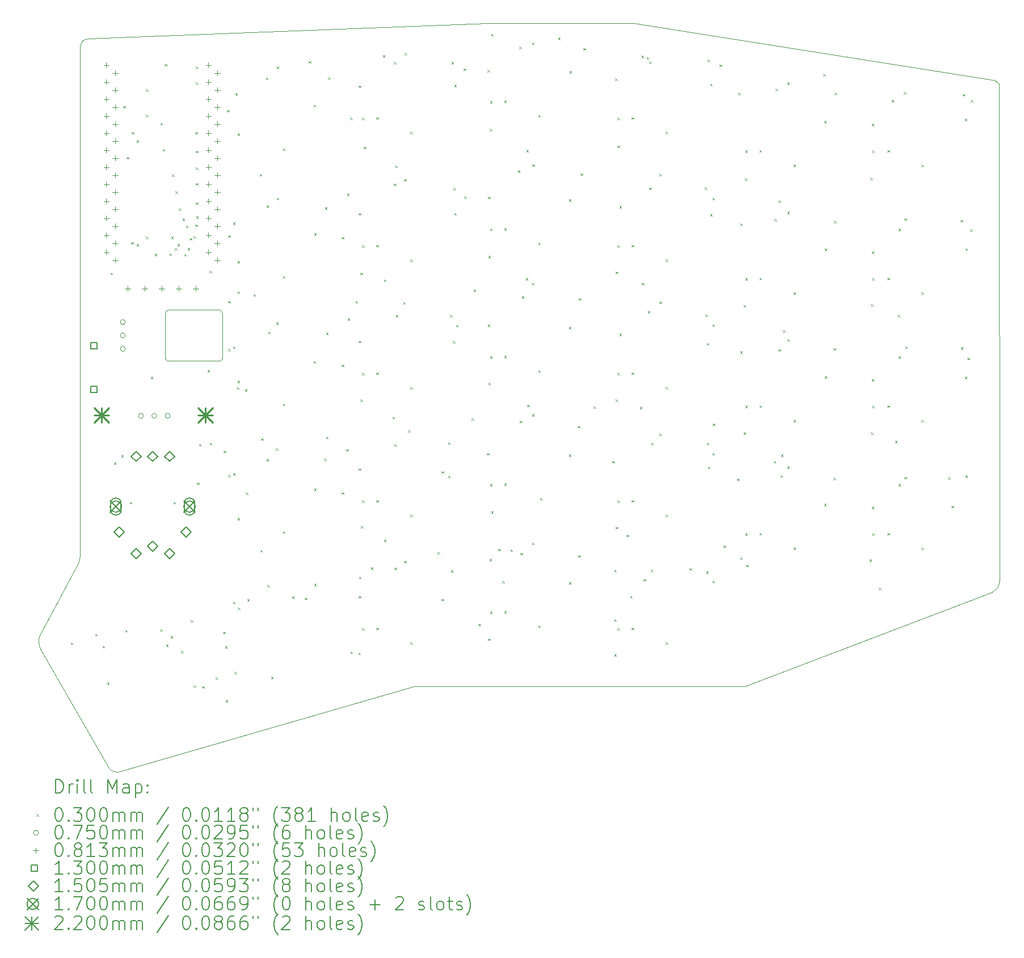
<source format=gbr>
%FSLAX45Y45*%
G04 Gerber Fmt 4.5, Leading zero omitted, Abs format (unit mm)*
G04 Created by KiCad (PCBNEW (6.0.5)) date 2022-12-02 21:36:14*
%MOMM*%
%LPD*%
G01*
G04 APERTURE LIST*
%TA.AperFunction,Profile*%
%ADD10C,0.100000*%
%TD*%
%ADD11C,0.200000*%
%ADD12C,0.030000*%
%ADD13C,0.075000*%
%ADD14C,0.081280*%
%ADD15C,0.130000*%
%ADD16C,0.150500*%
%ADD17C,0.170000*%
%ADD18C,0.220000*%
G04 APERTURE END LIST*
D10*
X8919368Y-3734881D02*
X8942585Y-3732540D01*
X8897744Y-3741594D02*
X8919368Y-3734881D01*
X8820000Y-11505000D02*
X8800000Y-11565000D01*
X8210000Y-12690000D02*
X8220000Y-12640000D01*
X8827526Y-11440000D02*
X8820000Y-11505000D01*
X8847059Y-3783333D02*
X8861126Y-3766283D01*
X8827386Y-3847743D02*
X8829726Y-3824526D01*
X8836438Y-3802901D02*
X8847059Y-3783333D01*
X8220000Y-12640000D02*
X8800000Y-11565000D01*
X8878175Y-3752216D02*
X8897744Y-3741594D01*
X8861126Y-3766283D02*
X8878175Y-3752216D01*
X8829726Y-3824526D02*
X8836438Y-3802901D01*
X22528388Y-4399781D02*
X22537028Y-4417867D01*
X9255000Y-14620000D02*
X8230000Y-12840000D01*
X17095000Y-3500000D02*
X22447544Y-4344515D01*
X22542438Y-4437457D02*
X22544318Y-4458190D01*
X22537028Y-4417867D02*
X22542438Y-4437457D01*
X22467711Y-4349678D02*
X22486187Y-4358147D01*
X22447544Y-4344515D02*
X22467711Y-4349678D01*
X9255000Y-14620000D02*
X9290000Y-14650000D01*
X13815413Y-13400000D02*
X18750000Y-13400000D01*
X8230000Y-12840000D02*
X8215000Y-12790000D01*
X8210000Y-12730000D02*
X8210000Y-12690000D01*
X9335000Y-14665000D02*
X9390000Y-14675000D01*
X8215000Y-12790000D02*
X8210000Y-12730000D01*
X9290000Y-14650000D02*
X9335000Y-14665000D01*
X22438639Y-11992865D02*
X18750000Y-13400000D01*
X22516832Y-4383558D02*
X22528388Y-4399781D01*
X22486187Y-4358147D02*
X22502662Y-4369560D01*
X14900000Y-3500000D02*
X17095000Y-3500000D01*
X22502662Y-4369560D02*
X22516832Y-4383558D01*
X13815413Y-13400000D02*
X9390000Y-14675000D01*
X22544318Y-4458190D02*
X22547018Y-11835000D01*
X22438637Y-11992859D02*
G75*
G03*
X22547018Y-11835000I-66657J161900D01*
G01*
X8827526Y-11440000D02*
X8827386Y-3847743D01*
X14900000Y-3500000D02*
X8942585Y-3732540D01*
X10943912Y-7800264D02*
X10953912Y-7840264D01*
X10953912Y-8490264D01*
X10943912Y-8520264D01*
X10923912Y-8540264D01*
X10123912Y-8540264D01*
X10103912Y-8520264D01*
X10093912Y-8490264D01*
X10093912Y-7840264D01*
X10103912Y-7800264D01*
X10133912Y-7780264D01*
X10913912Y-7780264D01*
X10943912Y-7800264D01*
D11*
D12*
X8688912Y-12745264D02*
X8718912Y-12775264D01*
X8718912Y-12745264D02*
X8688912Y-12775264D01*
X9052721Y-12616856D02*
X9082721Y-12646856D01*
X9082721Y-12616856D02*
X9052721Y-12646856D01*
X9161178Y-12795109D02*
X9191178Y-12825109D01*
X9191178Y-12795109D02*
X9161178Y-12825109D01*
X9228476Y-13343073D02*
X9258476Y-13373073D01*
X9258476Y-13343073D02*
X9228476Y-13373073D01*
X9278912Y-7225264D02*
X9308912Y-7255264D01*
X9308912Y-7225264D02*
X9278912Y-7255264D01*
X9328912Y-10055264D02*
X9358912Y-10085264D01*
X9358912Y-10055264D02*
X9328912Y-10085264D01*
X9438912Y-9945264D02*
X9468912Y-9975264D01*
X9468912Y-9945264D02*
X9438912Y-9975264D01*
X9468602Y-4735575D02*
X9498602Y-4765575D01*
X9498602Y-4735575D02*
X9468602Y-4765575D01*
X9499102Y-12559098D02*
X9529102Y-12589098D01*
X9529102Y-12559098D02*
X9499102Y-12589098D01*
X9518912Y-5495264D02*
X9548912Y-5525264D01*
X9548912Y-5495264D02*
X9518912Y-5525264D01*
X9568912Y-10645264D02*
X9598912Y-10675264D01*
X9598912Y-10645264D02*
X9568912Y-10675264D01*
X9590000Y-6765585D02*
X9620000Y-6795585D01*
X9620000Y-6765585D02*
X9590000Y-6795585D01*
X9595000Y-5124000D02*
X9625000Y-5154000D01*
X9625000Y-5124000D02*
X9595000Y-5154000D01*
X9668912Y-5245264D02*
X9698912Y-5275264D01*
X9698912Y-5245264D02*
X9668912Y-5275264D01*
X9668912Y-6797714D02*
X9698912Y-6827714D01*
X9698912Y-6797714D02*
X9668912Y-6827714D01*
X9808912Y-4485264D02*
X9838912Y-4515264D01*
X9838912Y-4485264D02*
X9808912Y-4515264D01*
X9808912Y-4865264D02*
X9838912Y-4895264D01*
X9838912Y-4865264D02*
X9808912Y-4895264D01*
X9808912Y-6685264D02*
X9838912Y-6715264D01*
X9838912Y-6685264D02*
X9808912Y-6715264D01*
X9878912Y-8775264D02*
X9908912Y-8805264D01*
X9908912Y-8775264D02*
X9878912Y-8805264D01*
X9938912Y-6941513D02*
X9968912Y-6971513D01*
X9968912Y-6941513D02*
X9938912Y-6971513D01*
X10018912Y-12545264D02*
X10048912Y-12575264D01*
X10048912Y-12545264D02*
X10018912Y-12575264D01*
X10025000Y-4989575D02*
X10055000Y-5019575D01*
X10055000Y-4989575D02*
X10025000Y-5019575D01*
X10058912Y-5378000D02*
X10088912Y-5408000D01*
X10088912Y-5378000D02*
X10058912Y-5408000D01*
X10086176Y-4108000D02*
X10116176Y-4138000D01*
X10116176Y-4108000D02*
X10086176Y-4138000D01*
X10108912Y-12775264D02*
X10138912Y-12805264D01*
X10138912Y-12775264D02*
X10108912Y-12805264D01*
X10158912Y-6935264D02*
X10188912Y-6965264D01*
X10188912Y-6935264D02*
X10158912Y-6965264D01*
X10178912Y-12645264D02*
X10208912Y-12675264D01*
X10208912Y-12645264D02*
X10178912Y-12675264D01*
X10186721Y-6687455D02*
X10216721Y-6717455D01*
X10216721Y-6687455D02*
X10186721Y-6717455D01*
X10196735Y-5755064D02*
X10226735Y-5785064D01*
X10226735Y-5755064D02*
X10196735Y-5785064D01*
X10218912Y-10645264D02*
X10248912Y-10675264D01*
X10248912Y-10645264D02*
X10218912Y-10675264D01*
X10238912Y-6855264D02*
X10268912Y-6885264D01*
X10268912Y-6855264D02*
X10238912Y-6885264D01*
X10249235Y-6009064D02*
X10279235Y-6039064D01*
X10279235Y-6009064D02*
X10249235Y-6039064D01*
X10278912Y-6797714D02*
X10308912Y-6827714D01*
X10308912Y-6797714D02*
X10278912Y-6827714D01*
X10301735Y-6263064D02*
X10331735Y-6293064D01*
X10331735Y-6263064D02*
X10301735Y-6293064D01*
X10334112Y-12867064D02*
X10364112Y-12897064D01*
X10364112Y-12867064D02*
X10334112Y-12897064D01*
X10354235Y-6413764D02*
X10384235Y-6443764D01*
X10384235Y-6413764D02*
X10354235Y-6443764D01*
X10378912Y-6945264D02*
X10408912Y-6975264D01*
X10408912Y-6945264D02*
X10378912Y-6975264D01*
X10406735Y-6522367D02*
X10436735Y-6552367D01*
X10436735Y-6522367D02*
X10406735Y-6552367D01*
X10431362Y-6855910D02*
X10461362Y-6885910D01*
X10461362Y-6855910D02*
X10431362Y-6885910D01*
X10459235Y-6707915D02*
X10489235Y-6737915D01*
X10489235Y-6707915D02*
X10459235Y-6737915D01*
X10478662Y-12409864D02*
X10508662Y-12439864D01*
X10508662Y-12409864D02*
X10478662Y-12439864D01*
X10517783Y-6675264D02*
X10547783Y-6705264D01*
X10547783Y-6675264D02*
X10517783Y-6705264D01*
X10518912Y-13385264D02*
X10548912Y-13415264D01*
X10548912Y-13385264D02*
X10518912Y-13415264D01*
X10545000Y-5125000D02*
X10575000Y-5155000D01*
X10575000Y-5125000D02*
X10545000Y-5155000D01*
X10545000Y-6505000D02*
X10575000Y-6535000D01*
X10575000Y-6505000D02*
X10545000Y-6535000D01*
X10554999Y-5655000D02*
X10584999Y-5685000D01*
X10584999Y-5655000D02*
X10554999Y-5685000D01*
X10555000Y-4385000D02*
X10585000Y-4415000D01*
X10585000Y-4385000D02*
X10555000Y-4415000D01*
X10555000Y-5885000D02*
X10585000Y-5915000D01*
X10585000Y-5885000D02*
X10555000Y-5915000D01*
X10555000Y-6175000D02*
X10585000Y-6205000D01*
X10585000Y-6175000D02*
X10555000Y-6205000D01*
X10555001Y-4145000D02*
X10585001Y-4175000D01*
X10585001Y-4145000D02*
X10555001Y-4175000D01*
X10555002Y-5405000D02*
X10585002Y-5435000D01*
X10585002Y-5405000D02*
X10555002Y-5435000D01*
X10558276Y-6380733D02*
X10588276Y-6410733D01*
X10588276Y-6380733D02*
X10558276Y-6410733D01*
X10568912Y-10355264D02*
X10598912Y-10385264D01*
X10598912Y-10355264D02*
X10568912Y-10385264D01*
X10599312Y-9780964D02*
X10629312Y-9810964D01*
X10629312Y-9780964D02*
X10599312Y-9810964D01*
X10648912Y-13395264D02*
X10678912Y-13425264D01*
X10678912Y-13395264D02*
X10648912Y-13425264D01*
X10728912Y-8675264D02*
X10758912Y-8705264D01*
X10758912Y-8675264D02*
X10728912Y-8705264D01*
X10758912Y-7195264D02*
X10788912Y-7225264D01*
X10788912Y-7195264D02*
X10758912Y-7225264D01*
X10762500Y-9762500D02*
X10792500Y-9792500D01*
X10792500Y-9762500D02*
X10762500Y-9792500D01*
X10848912Y-13265264D02*
X10878912Y-13295264D01*
X10878912Y-13265264D02*
X10848912Y-13295264D01*
X10960500Y-12583600D02*
X10990500Y-12613600D01*
X10990500Y-12583600D02*
X10960500Y-12613600D01*
X10967612Y-9882564D02*
X10997612Y-9912564D01*
X10997612Y-9882564D02*
X10967612Y-9912564D01*
X10988437Y-12796963D02*
X11018437Y-12826963D01*
X11018437Y-12796963D02*
X10988437Y-12826963D01*
X10999362Y-13603664D02*
X11029362Y-13633664D01*
X11029362Y-13603664D02*
X10999362Y-13633664D01*
X11018912Y-4795264D02*
X11048912Y-4825264D01*
X11048912Y-4795264D02*
X11018912Y-4825264D01*
X11034775Y-6664425D02*
X11064775Y-6694425D01*
X11064775Y-6664425D02*
X11034775Y-6694425D01*
X11034775Y-7645574D02*
X11064775Y-7675574D01*
X11064775Y-7645574D02*
X11034775Y-7675574D01*
X11034775Y-8364574D02*
X11064775Y-8394575D01*
X11064775Y-8364574D02*
X11034775Y-8394575D01*
X11034775Y-10244175D02*
X11064775Y-10274175D01*
X11064775Y-10244175D02*
X11034775Y-10274175D01*
X11110200Y-6472300D02*
X11140200Y-6502300D01*
X11140200Y-6472300D02*
X11110200Y-6502300D01*
X11110200Y-8325700D02*
X11140200Y-8355700D01*
X11140200Y-8325700D02*
X11110200Y-8355700D01*
X11110200Y-10218000D02*
X11140200Y-10248000D01*
X11140200Y-10218000D02*
X11110200Y-10248000D01*
X11110200Y-12133976D02*
X11140200Y-12163976D01*
X11140200Y-12133976D02*
X11110200Y-12163976D01*
X11129356Y-13178661D02*
X11159356Y-13208661D01*
X11159356Y-13178661D02*
X11129356Y-13208661D01*
X11141000Y-4544500D02*
X11171000Y-4574500D01*
X11171000Y-4544500D02*
X11141000Y-4574500D01*
X11167764Y-8935144D02*
X11197764Y-8965144D01*
X11197764Y-8935144D02*
X11167764Y-8965144D01*
X11175200Y-7502584D02*
X11205200Y-7532584D01*
X11205200Y-7502584D02*
X11175200Y-7532584D01*
X11175200Y-8834814D02*
X11205200Y-8864814D01*
X11205200Y-8834814D02*
X11175200Y-8864814D01*
X11177162Y-5145464D02*
X11207162Y-5175464D01*
X11207162Y-5145464D02*
X11177162Y-5175464D01*
X11177162Y-7050464D02*
X11207162Y-7080464D01*
X11207162Y-7050464D02*
X11177162Y-7080464D01*
X11177162Y-10885864D02*
X11207162Y-10915864D01*
X11207162Y-10885864D02*
X11177162Y-10915864D01*
X11178912Y-12225264D02*
X11208912Y-12255264D01*
X11208912Y-12225264D02*
X11178912Y-12255264D01*
X11285112Y-8961814D02*
X11315112Y-8991814D01*
X11315112Y-8961814D02*
X11285112Y-8991814D01*
X11298912Y-10505264D02*
X11328912Y-10535264D01*
X11328912Y-10505264D02*
X11298912Y-10535264D01*
X11318912Y-12095264D02*
X11348912Y-12125264D01*
X11348912Y-12095264D02*
X11318912Y-12125264D01*
X11412112Y-7545764D02*
X11442112Y-7575764D01*
X11442112Y-7545764D02*
X11412112Y-7575764D01*
X11507362Y-5748714D02*
X11537362Y-5778714D01*
X11537362Y-5748714D02*
X11507362Y-5778714D01*
X11513712Y-11362114D02*
X11543712Y-11392114D01*
X11543712Y-11362114D02*
X11513712Y-11392114D01*
X11528912Y-9695264D02*
X11558912Y-9725264D01*
X11558912Y-9695264D02*
X11528912Y-9725264D01*
X11599839Y-4310214D02*
X11629839Y-4340214D01*
X11629839Y-4310214D02*
X11599839Y-4340214D01*
X11608912Y-6220214D02*
X11638912Y-6250214D01*
X11638912Y-6220214D02*
X11608912Y-6250214D01*
X11608912Y-10005264D02*
X11638912Y-10035264D01*
X11638912Y-10005264D02*
X11608912Y-10035264D01*
X11618912Y-11885264D02*
X11648912Y-11915264D01*
X11648912Y-11885264D02*
X11618912Y-11915264D01*
X11632115Y-8105264D02*
X11662115Y-8135264D01*
X11662115Y-8105264D02*
X11632115Y-8135264D01*
X11676067Y-13255479D02*
X11706067Y-13285479D01*
X11706067Y-13255479D02*
X11676067Y-13285479D01*
X11748912Y-9845264D02*
X11778912Y-9875264D01*
X11778912Y-9845264D02*
X11748912Y-9875264D01*
X11751460Y-7962716D02*
X11781460Y-7992716D01*
X11781460Y-7962716D02*
X11751460Y-7992716D01*
X11758912Y-4145264D02*
X11788912Y-4175264D01*
X11788912Y-4145264D02*
X11758912Y-4175264D01*
X11758912Y-6105264D02*
X11788912Y-6135264D01*
X11788912Y-6105264D02*
X11758912Y-6135264D01*
X11852400Y-5371100D02*
X11882400Y-5401100D01*
X11882400Y-5371100D02*
X11852400Y-5401100D01*
X11852400Y-7274750D02*
X11882400Y-7304750D01*
X11882400Y-7274750D02*
X11852400Y-7304750D01*
X11852400Y-9181100D02*
X11882400Y-9211100D01*
X11882400Y-9181100D02*
X11852400Y-9211100D01*
X11852400Y-11086100D02*
X11882400Y-11116100D01*
X11882400Y-11086100D02*
X11852400Y-11116100D01*
X11988912Y-12055264D02*
X12018912Y-12085264D01*
X12018912Y-12055264D02*
X11988912Y-12085264D01*
X12178912Y-12075264D02*
X12208912Y-12105264D01*
X12208912Y-12075264D02*
X12178912Y-12105264D01*
X12238912Y-4065264D02*
X12268912Y-4095264D01*
X12268912Y-4065264D02*
X12238912Y-4095264D01*
X12308912Y-4718744D02*
X12338912Y-4748744D01*
X12338912Y-4718744D02*
X12308912Y-4748744D01*
X12309376Y-8544800D02*
X12339376Y-8574800D01*
X12339376Y-8544800D02*
X12309376Y-8574800D01*
X12318912Y-6635264D02*
X12348912Y-6665264D01*
X12348912Y-6635264D02*
X12318912Y-6665264D01*
X12318912Y-10445264D02*
X12348912Y-10475264D01*
X12348912Y-10445264D02*
X12318912Y-10475264D01*
X12318912Y-11867714D02*
X12348912Y-11897714D01*
X12348912Y-11867714D02*
X12318912Y-11897714D01*
X12468912Y-9995264D02*
X12498912Y-10025264D01*
X12498912Y-9995264D02*
X12468912Y-10025264D01*
X12478912Y-6243551D02*
X12508912Y-6273551D01*
X12508912Y-6243551D02*
X12478912Y-6273551D01*
X12496692Y-9671744D02*
X12526692Y-9701744D01*
X12526692Y-9671744D02*
X12496692Y-9701744D01*
X12498912Y-8115264D02*
X12528912Y-8145264D01*
X12528912Y-8115264D02*
X12498912Y-8145264D01*
X12528912Y-4305264D02*
X12558912Y-4335264D01*
X12558912Y-4305264D02*
X12528912Y-4335264D01*
X12731294Y-6689658D02*
X12761294Y-6719658D01*
X12761294Y-6689658D02*
X12731294Y-6719658D01*
X12731294Y-8596008D02*
X12761294Y-8626008D01*
X12761294Y-8596008D02*
X12731294Y-8626008D01*
X12731294Y-10501008D02*
X12761294Y-10531008D01*
X12761294Y-10501008D02*
X12731294Y-10531008D01*
X12798952Y-9854999D02*
X12828952Y-9884999D01*
X12828952Y-9854999D02*
X12798952Y-9884999D01*
X12809112Y-6043649D02*
X12839112Y-6073649D01*
X12839112Y-6043649D02*
X12809112Y-6073649D01*
X12818912Y-7905264D02*
X12848912Y-7935264D01*
X12848912Y-7905264D02*
X12818912Y-7935264D01*
X12855500Y-4906036D02*
X12885500Y-4936036D01*
X12885500Y-4906036D02*
X12855500Y-4936036D01*
X12859912Y-12879764D02*
X12889912Y-12909764D01*
X12889912Y-12879764D02*
X12859912Y-12909764D01*
X12938912Y-7645264D02*
X12968912Y-7675264D01*
X12968912Y-7645264D02*
X12938912Y-7675264D01*
X12978912Y-12895264D02*
X13008912Y-12925264D01*
X13008912Y-12895264D02*
X12978912Y-12925264D01*
X12985294Y-4430408D02*
X13015294Y-4460408D01*
X13015294Y-4430408D02*
X12985294Y-4460408D01*
X12985294Y-6334058D02*
X13015294Y-6364058D01*
X13015294Y-6334058D02*
X12985294Y-6364058D01*
X12985294Y-8240408D02*
X13015294Y-8270408D01*
X13015294Y-8240408D02*
X12985294Y-8270408D01*
X12985294Y-10145408D02*
X13015294Y-10175408D01*
X13015294Y-10145408D02*
X12985294Y-10175408D01*
X12985294Y-12050408D02*
X13015294Y-12080408D01*
X13015294Y-12050408D02*
X12985294Y-12080408D01*
X12986912Y-11759999D02*
X13016912Y-11789999D01*
X13016912Y-11759999D02*
X12986912Y-11789999D01*
X13010950Y-7225264D02*
X13040950Y-7255264D01*
X13040950Y-7225264D02*
X13010950Y-7255264D01*
X13010950Y-9115264D02*
X13040950Y-9145264D01*
X13040950Y-9115264D02*
X13010950Y-9145264D01*
X13018912Y-11005264D02*
X13048912Y-11035264D01*
X13048912Y-11005264D02*
X13018912Y-11035264D01*
X13035600Y-4910200D02*
X13065600Y-4940200D01*
X13065600Y-4910200D02*
X13035600Y-4940200D01*
X13035600Y-6813850D02*
X13065600Y-6843850D01*
X13065600Y-6813850D02*
X13035600Y-6843850D01*
X13035600Y-8720200D02*
X13065600Y-8750200D01*
X13065600Y-8720200D02*
X13035600Y-8750200D01*
X13035600Y-10625200D02*
X13065600Y-10655200D01*
X13065600Y-10625200D02*
X13035600Y-10655200D01*
X13035600Y-12530200D02*
X13065600Y-12560200D01*
X13065600Y-12530200D02*
X13035600Y-12560200D01*
X13058912Y-5345264D02*
X13088912Y-5375264D01*
X13088912Y-5345264D02*
X13058912Y-5375264D01*
X13164712Y-11622464D02*
X13194712Y-11652464D01*
X13194712Y-11622464D02*
X13164712Y-11652464D01*
X13244200Y-4905400D02*
X13274200Y-4935400D01*
X13274200Y-4905400D02*
X13244200Y-4935400D01*
X13244200Y-6809050D02*
X13274200Y-6839050D01*
X13274200Y-6809050D02*
X13244200Y-6839050D01*
X13244200Y-8715400D02*
X13274200Y-8745400D01*
X13274200Y-8715400D02*
X13244200Y-8745400D01*
X13244200Y-10620400D02*
X13274200Y-10650400D01*
X13274200Y-10620400D02*
X13244200Y-10650400D01*
X13244200Y-12525400D02*
X13274200Y-12555400D01*
X13274200Y-12525400D02*
X13244200Y-12555400D01*
X13342512Y-3977064D02*
X13372512Y-4007064D01*
X13372512Y-3977064D02*
X13342512Y-4007064D01*
X13358912Y-7325264D02*
X13388912Y-7355264D01*
X13388912Y-7325264D02*
X13358912Y-7355264D01*
X13358912Y-11205264D02*
X13388912Y-11235264D01*
X13388912Y-11205264D02*
X13358912Y-11235264D01*
X13488912Y-9375264D02*
X13518912Y-9405264D01*
X13518912Y-9375264D02*
X13488912Y-9405264D01*
X13508912Y-5895264D02*
X13538912Y-5925264D01*
X13538912Y-5895264D02*
X13508912Y-5925264D01*
X13509839Y-4080214D02*
X13539839Y-4110214D01*
X13539839Y-4080214D02*
X13509839Y-4110214D01*
X13518912Y-9785264D02*
X13548912Y-9815264D01*
X13548912Y-9785264D02*
X13518912Y-9815264D01*
X13518912Y-11625264D02*
X13548912Y-11655264D01*
X13548912Y-11625264D02*
X13518912Y-11655264D01*
X13528912Y-5625264D02*
X13558912Y-5655264D01*
X13558912Y-5625264D02*
X13528912Y-5655264D01*
X13538912Y-7855264D02*
X13568912Y-7885264D01*
X13568912Y-7855264D02*
X13538912Y-7885264D01*
X13648912Y-7665264D02*
X13678912Y-7695264D01*
X13678912Y-7665264D02*
X13648912Y-7695264D01*
X13658912Y-5825264D02*
X13688912Y-5855264D01*
X13688912Y-5825264D02*
X13658912Y-5855264D01*
X13658912Y-11525264D02*
X13688912Y-11555264D01*
X13688912Y-11525264D02*
X13658912Y-11555264D01*
X13668912Y-3941099D02*
X13698912Y-3971099D01*
X13698912Y-3941099D02*
X13668912Y-3971099D01*
X13718912Y-9575264D02*
X13748912Y-9605264D01*
X13748912Y-9575264D02*
X13718912Y-9605264D01*
X13752400Y-5121100D02*
X13782400Y-5151100D01*
X13782400Y-5121100D02*
X13752400Y-5151100D01*
X13752400Y-7024750D02*
X13782400Y-7054750D01*
X13782400Y-7024750D02*
X13752400Y-7054750D01*
X13752400Y-8931100D02*
X13782400Y-8961100D01*
X13782400Y-8931100D02*
X13752400Y-8961100D01*
X13752400Y-10836100D02*
X13782400Y-10866100D01*
X13782400Y-10836100D02*
X13752400Y-10866100D01*
X13752400Y-12741100D02*
X13782400Y-12771100D01*
X13782400Y-12741100D02*
X13752400Y-12771100D01*
X14158912Y-11395264D02*
X14188912Y-11425264D01*
X14188912Y-11395264D02*
X14158912Y-11425264D01*
X14218912Y-10185264D02*
X14248912Y-10215264D01*
X14248912Y-10185264D02*
X14218912Y-10215264D01*
X14218912Y-12091101D02*
X14248912Y-12121101D01*
X14248912Y-12091101D02*
X14218912Y-12121101D01*
X14318912Y-9755264D02*
X14348912Y-9785264D01*
X14348912Y-9755264D02*
X14318912Y-9785264D01*
X14318912Y-10255264D02*
X14348912Y-10285264D01*
X14348912Y-10255264D02*
X14318912Y-10285264D01*
X14348912Y-7855264D02*
X14378912Y-7885264D01*
X14378912Y-7855264D02*
X14348912Y-7885264D01*
X14358912Y-11663043D02*
X14388912Y-11693043D01*
X14388912Y-11663043D02*
X14358912Y-11693043D01*
X14367985Y-4076001D02*
X14397985Y-4106001D01*
X14397985Y-4076001D02*
X14367985Y-4106001D01*
X14388912Y-8245264D02*
X14418912Y-8275264D01*
X14418912Y-8245264D02*
X14388912Y-8275264D01*
X14398912Y-5960166D02*
X14428912Y-5990166D01*
X14428912Y-5960166D02*
X14398912Y-5990166D01*
X14408912Y-4415264D02*
X14438912Y-4445264D01*
X14438912Y-4415264D02*
X14408912Y-4445264D01*
X14408912Y-6335264D02*
X14438912Y-6365264D01*
X14438912Y-6335264D02*
X14408912Y-6365264D01*
X14437600Y-8003800D02*
X14467600Y-8033800D01*
X14467600Y-8003800D02*
X14437600Y-8033800D01*
X14548912Y-4175264D02*
X14578912Y-4205264D01*
X14578912Y-4175264D02*
X14548912Y-4205264D01*
X14558912Y-6085264D02*
X14588912Y-6115264D01*
X14588912Y-6085264D02*
X14558912Y-6115264D01*
X14668912Y-9395264D02*
X14698912Y-9425264D01*
X14698912Y-9395264D02*
X14668912Y-9425264D01*
X14698912Y-7475264D02*
X14728912Y-7505264D01*
X14728912Y-7475264D02*
X14698912Y-7505264D01*
X14768912Y-12465264D02*
X14798912Y-12495264D01*
X14798912Y-12465264D02*
X14768912Y-12495264D01*
X14898850Y-9917950D02*
X14928850Y-9947950D01*
X14928850Y-9917950D02*
X14898850Y-9947950D01*
X14906724Y-4195076D02*
X14936724Y-4225076D01*
X14936724Y-4195076D02*
X14906724Y-4225076D01*
X14911632Y-7999500D02*
X14941632Y-8029500D01*
X14941632Y-7999500D02*
X14911632Y-8029500D01*
X14915950Y-6089500D02*
X14945950Y-6119500D01*
X14945950Y-6089500D02*
X14915950Y-6119500D01*
X14915950Y-12685264D02*
X14945950Y-12715264D01*
X14945950Y-12685264D02*
X14915950Y-12715264D01*
X14918912Y-6975264D02*
X14948912Y-7005264D01*
X14948912Y-6975264D02*
X14918912Y-7005264D01*
X14918912Y-8865264D02*
X14948912Y-8895264D01*
X14948912Y-8865264D02*
X14918912Y-8895264D01*
X14936362Y-11495464D02*
X14966362Y-11525464D01*
X14966362Y-11495464D02*
X14936362Y-11525464D01*
X14938912Y-5075264D02*
X14968912Y-5105264D01*
X14968912Y-5075264D02*
X14938912Y-5105264D01*
X14945600Y-4660200D02*
X14975600Y-4690200D01*
X14975600Y-4660200D02*
X14945600Y-4690200D01*
X14945600Y-6563850D02*
X14975600Y-6593850D01*
X14975600Y-6563850D02*
X14945600Y-6593850D01*
X14945600Y-8470200D02*
X14975600Y-8500200D01*
X14975600Y-8470200D02*
X14945600Y-8500200D01*
X14945600Y-10375200D02*
X14975600Y-10405200D01*
X14975600Y-10375200D02*
X14945600Y-10405200D01*
X14945600Y-12280200D02*
X14975600Y-12310200D01*
X14975600Y-12280200D02*
X14945600Y-12310200D01*
X14958912Y-10785264D02*
X14988912Y-10815264D01*
X14988912Y-10785264D02*
X14958912Y-10815264D01*
X14961762Y-3659564D02*
X14991762Y-3689564D01*
X14991762Y-3659564D02*
X14961762Y-3689564D01*
X15068912Y-11345264D02*
X15098912Y-11375264D01*
X15098912Y-11345264D02*
X15068912Y-11375264D01*
X15126241Y-11824159D02*
X15156241Y-11854159D01*
X15156241Y-11824159D02*
X15126241Y-11854159D01*
X15154200Y-4655400D02*
X15184200Y-4685400D01*
X15184200Y-4655400D02*
X15154200Y-4685400D01*
X15154200Y-6559050D02*
X15184200Y-6589050D01*
X15184200Y-6559050D02*
X15154200Y-6589050D01*
X15154200Y-8465400D02*
X15184200Y-8495400D01*
X15184200Y-8465400D02*
X15154200Y-8495400D01*
X15154200Y-10370400D02*
X15184200Y-10400400D01*
X15184200Y-10370400D02*
X15154200Y-10400400D01*
X15154200Y-12275400D02*
X15184200Y-12305400D01*
X15184200Y-12275400D02*
X15154200Y-12305400D01*
X15248912Y-11355264D02*
X15278912Y-11385264D01*
X15278912Y-11355264D02*
X15248912Y-11385264D01*
X15358912Y-5695264D02*
X15388912Y-5725264D01*
X15388912Y-5695264D02*
X15358912Y-5725264D01*
X15378912Y-3850214D02*
X15408912Y-3880214D01*
X15408912Y-3850214D02*
X15378912Y-3880214D01*
X15388912Y-9435264D02*
X15418912Y-9465264D01*
X15418912Y-9435264D02*
X15388912Y-9465264D01*
X15398912Y-11405264D02*
X15428912Y-11435264D01*
X15428912Y-11405264D02*
X15398912Y-11435264D01*
X15418912Y-7575264D02*
X15448912Y-7605264D01*
X15448912Y-7575264D02*
X15418912Y-7605264D01*
X15478912Y-7305264D02*
X15508912Y-7335264D01*
X15508912Y-7305264D02*
X15478912Y-7335264D01*
X15485723Y-5392882D02*
X15515723Y-5422882D01*
X15515723Y-5392882D02*
X15485723Y-5422882D01*
X15498912Y-9195264D02*
X15528912Y-9225264D01*
X15528912Y-9195264D02*
X15498912Y-9225264D01*
X15568912Y-3785264D02*
X15598912Y-3815264D01*
X15598912Y-3785264D02*
X15568912Y-3815264D01*
X15568912Y-7375264D02*
X15598912Y-7405264D01*
X15598912Y-7375264D02*
X15568912Y-7405264D01*
X15568912Y-9335264D02*
X15598912Y-9365264D01*
X15598912Y-9335264D02*
X15568912Y-9365264D01*
X15568912Y-11255264D02*
X15598912Y-11285264D01*
X15598912Y-11255264D02*
X15568912Y-11285264D01*
X15575000Y-5605264D02*
X15605000Y-5635264D01*
X15605000Y-5605264D02*
X15575000Y-5635264D01*
X15662400Y-4871100D02*
X15692400Y-4901100D01*
X15692400Y-4871100D02*
X15662400Y-4901100D01*
X15662400Y-6774750D02*
X15692400Y-6804750D01*
X15692400Y-6774750D02*
X15662400Y-6804750D01*
X15662400Y-8681100D02*
X15692400Y-8711100D01*
X15692400Y-8681100D02*
X15662400Y-8711100D01*
X15662400Y-12491100D02*
X15692400Y-12521100D01*
X15692400Y-12491100D02*
X15662400Y-12521100D01*
X15687363Y-10586100D02*
X15717363Y-10616100D01*
X15717363Y-10586100D02*
X15687363Y-10616100D01*
X15958912Y-3712014D02*
X15988912Y-3742014D01*
X15988912Y-3712014D02*
X15958912Y-3742014D01*
X16118912Y-6125264D02*
X16148912Y-6155264D01*
X16148912Y-6125264D02*
X16118912Y-6155264D01*
X16118912Y-8031101D02*
X16148912Y-8061101D01*
X16148912Y-8031101D02*
X16118912Y-8061101D01*
X16118912Y-9935264D02*
X16148912Y-9965264D01*
X16148912Y-9935264D02*
X16118912Y-9965264D01*
X16118912Y-11841101D02*
X16148912Y-11871101D01*
X16148912Y-11841101D02*
X16118912Y-11871101D01*
X16128912Y-4215264D02*
X16158912Y-4245264D01*
X16158912Y-4215264D02*
X16128912Y-4245264D01*
X16252985Y-9510214D02*
X16282985Y-9540214D01*
X16282985Y-9510214D02*
X16252985Y-9540214D01*
X16258912Y-11440214D02*
X16288912Y-11470214D01*
X16288912Y-11440214D02*
X16258912Y-11470214D01*
X16268912Y-7605264D02*
X16298912Y-7635264D01*
X16298912Y-7605264D02*
X16268912Y-7635264D01*
X16292985Y-5740166D02*
X16322985Y-5770166D01*
X16322985Y-5740166D02*
X16292985Y-5770166D01*
X16338912Y-3870214D02*
X16368912Y-3900214D01*
X16368912Y-3870214D02*
X16338912Y-3900214D01*
X16488912Y-9215264D02*
X16518912Y-9245264D01*
X16518912Y-9215264D02*
X16488912Y-9245264D01*
X16768912Y-10035264D02*
X16798912Y-10065264D01*
X16798912Y-10035264D02*
X16768912Y-10065264D01*
X16796912Y-11660564D02*
X16826912Y-11690564D01*
X16826912Y-11660564D02*
X16796912Y-11690564D01*
X16796912Y-12397164D02*
X16826912Y-12427164D01*
X16826912Y-12397164D02*
X16796912Y-12427164D01*
X16798912Y-12915264D02*
X16828912Y-12945264D01*
X16828912Y-12915264D02*
X16798912Y-12945264D01*
X16808912Y-4323149D02*
X16838912Y-4353149D01*
X16838912Y-4323149D02*
X16808912Y-4353149D01*
X16818912Y-7205264D02*
X16848912Y-7235264D01*
X16848912Y-7205264D02*
X16818912Y-7235264D01*
X16818912Y-9115264D02*
X16848912Y-9145264D01*
X16848912Y-9115264D02*
X16818912Y-9145264D01*
X16818912Y-11015264D02*
X16848912Y-11045264D01*
X16848912Y-11015264D02*
X16818912Y-11045264D01*
X16845600Y-4910200D02*
X16875600Y-4940200D01*
X16875600Y-4910200D02*
X16845600Y-4940200D01*
X16845600Y-5325264D02*
X16875600Y-5355264D01*
X16875600Y-5325264D02*
X16845600Y-5355264D01*
X16845600Y-6813850D02*
X16875600Y-6843850D01*
X16875600Y-6813850D02*
X16845600Y-6843850D01*
X16845600Y-8720200D02*
X16875600Y-8750200D01*
X16875600Y-8720200D02*
X16845600Y-8750200D01*
X16845600Y-10625200D02*
X16875600Y-10655200D01*
X16875600Y-10625200D02*
X16845600Y-10655200D01*
X16845600Y-12530200D02*
X16875600Y-12560200D01*
X16875600Y-12530200D02*
X16845600Y-12560200D01*
X16873112Y-6226849D02*
X16903112Y-6256849D01*
X16903112Y-6226849D02*
X16873112Y-6256849D01*
X16875700Y-8133199D02*
X16905700Y-8163199D01*
X16905700Y-8133199D02*
X16875700Y-8163199D01*
X16978912Y-11135264D02*
X17008912Y-11165264D01*
X17008912Y-11135264D02*
X16978912Y-11165264D01*
X17033500Y-12050500D02*
X17063500Y-12080500D01*
X17063500Y-12050500D02*
X17033500Y-12080500D01*
X17054200Y-4905400D02*
X17084200Y-4935400D01*
X17084200Y-4905400D02*
X17054200Y-4935400D01*
X17054200Y-6809050D02*
X17084200Y-6839050D01*
X17084200Y-6809050D02*
X17054200Y-6839050D01*
X17054200Y-8715400D02*
X17084200Y-8745400D01*
X17084200Y-8715400D02*
X17054200Y-8745400D01*
X17054200Y-10620400D02*
X17084200Y-10650400D01*
X17084200Y-10620400D02*
X17054200Y-10650400D01*
X17054200Y-12525400D02*
X17084200Y-12555400D01*
X17084200Y-12525400D02*
X17054200Y-12555400D01*
X17178912Y-9225264D02*
X17208912Y-9255264D01*
X17208912Y-9225264D02*
X17178912Y-9255264D01*
X17203312Y-3984200D02*
X17233312Y-4014200D01*
X17233312Y-3984200D02*
X17203312Y-4014200D01*
X17208912Y-7375264D02*
X17238912Y-7405264D01*
X17238912Y-7375264D02*
X17208912Y-7405264D01*
X17234900Y-11796000D02*
X17264900Y-11826000D01*
X17264900Y-11796000D02*
X17234900Y-11826000D01*
X17278912Y-4005264D02*
X17308912Y-4035264D01*
X17308912Y-4005264D02*
X17278912Y-4035264D01*
X17298912Y-7795264D02*
X17328912Y-7825264D01*
X17328912Y-7795264D02*
X17298912Y-7825264D01*
X17318912Y-5955264D02*
X17348912Y-5985264D01*
X17348912Y-5955264D02*
X17318912Y-5985264D01*
X17319795Y-4070214D02*
X17349795Y-4100214D01*
X17349795Y-4070214D02*
X17319795Y-4100214D01*
X17342712Y-11655264D02*
X17372712Y-11685264D01*
X17372712Y-11655264D02*
X17342712Y-11685264D01*
X17349750Y-9765264D02*
X17379750Y-9795264D01*
X17379750Y-9765264D02*
X17349750Y-9795264D01*
X17468912Y-5745264D02*
X17498912Y-5775264D01*
X17498912Y-5745264D02*
X17468912Y-5775264D01*
X17468912Y-7655264D02*
X17498912Y-7685264D01*
X17498912Y-7655264D02*
X17468912Y-7685264D01*
X17468912Y-9625264D02*
X17498912Y-9655264D01*
X17498912Y-9625264D02*
X17468912Y-9655264D01*
X17562400Y-5121100D02*
X17592400Y-5151100D01*
X17592400Y-5121100D02*
X17562400Y-5151100D01*
X17562400Y-7024750D02*
X17592400Y-7054750D01*
X17592400Y-7024750D02*
X17562400Y-7054750D01*
X17562400Y-8931100D02*
X17592400Y-8961100D01*
X17592400Y-8931100D02*
X17562400Y-8961100D01*
X17562400Y-10836100D02*
X17592400Y-10866100D01*
X17592400Y-10836100D02*
X17562400Y-10866100D01*
X17562400Y-12741100D02*
X17592400Y-12771100D01*
X17592400Y-12741100D02*
X17562400Y-12771100D01*
X17918912Y-11635264D02*
X17948912Y-11665264D01*
X17948912Y-11635264D02*
X17918912Y-11665264D01*
X18148912Y-5950214D02*
X18178912Y-5980214D01*
X18178912Y-5950214D02*
X18148912Y-5980214D01*
X18155001Y-7845264D02*
X18185001Y-7875264D01*
X18185001Y-7845264D02*
X18155001Y-7875264D01*
X18168912Y-11680214D02*
X18198912Y-11710214D01*
X18198912Y-11680214D02*
X18168912Y-11710214D01*
X18178912Y-8275264D02*
X18208912Y-8305264D01*
X18208912Y-8275264D02*
X18178912Y-8305264D01*
X18178912Y-9765264D02*
X18208912Y-9795264D01*
X18208912Y-9765264D02*
X18178912Y-9795264D01*
X18188912Y-4045264D02*
X18218912Y-4075264D01*
X18218912Y-4045264D02*
X18188912Y-4075264D01*
X18193912Y-10117514D02*
X18223912Y-10147514D01*
X18223912Y-10117514D02*
X18193912Y-10147514D01*
X18228912Y-4405264D02*
X18258912Y-4435264D01*
X18258912Y-4405264D02*
X18228912Y-4435264D01*
X18228912Y-6345264D02*
X18258912Y-6375264D01*
X18258912Y-6345264D02*
X18228912Y-6375264D01*
X18263200Y-6105050D02*
X18293200Y-6135050D01*
X18293200Y-6105050D02*
X18263200Y-6135050D01*
X18263200Y-7995264D02*
X18293200Y-8025264D01*
X18293200Y-7995264D02*
X18263200Y-8025264D01*
X18263200Y-9916400D02*
X18293200Y-9946400D01*
X18293200Y-9916400D02*
X18263200Y-9946400D01*
X18263200Y-11821400D02*
X18293200Y-11851400D01*
X18293200Y-11821400D02*
X18263200Y-11851400D01*
X18268912Y-9475264D02*
X18298912Y-9505264D01*
X18298912Y-9475264D02*
X18268912Y-9505264D01*
X18368912Y-4115264D02*
X18398912Y-4145264D01*
X18398912Y-4115264D02*
X18368912Y-4145264D01*
X18428912Y-11295264D02*
X18458912Y-11325264D01*
X18458912Y-11295264D02*
X18428912Y-11325264D01*
X18628912Y-10295264D02*
X18658912Y-10325264D01*
X18658912Y-10295264D02*
X18628912Y-10325264D01*
X18648912Y-4535264D02*
X18678912Y-4565264D01*
X18678912Y-4535264D02*
X18648912Y-4565264D01*
X18678912Y-8395264D02*
X18708912Y-8425264D01*
X18708912Y-8395264D02*
X18678912Y-8425264D01*
X18678912Y-11475264D02*
X18708912Y-11505264D01*
X18708912Y-11475264D02*
X18678912Y-11505264D01*
X18679400Y-6486050D02*
X18709400Y-6516050D01*
X18709400Y-6486050D02*
X18679400Y-6516050D01*
X18728912Y-7705264D02*
X18758912Y-7735264D01*
X18758912Y-7705264D02*
X18728912Y-7735264D01*
X18728912Y-9605264D02*
X18758912Y-9635264D01*
X18758912Y-9605264D02*
X18728912Y-9635264D01*
X18748912Y-5815264D02*
X18778912Y-5845264D01*
X18778912Y-5815264D02*
X18748912Y-5845264D01*
X18755600Y-5400200D02*
X18785600Y-5430200D01*
X18785600Y-5400200D02*
X18755600Y-5430200D01*
X18755600Y-7303850D02*
X18785600Y-7333850D01*
X18785600Y-7303850D02*
X18755600Y-7333850D01*
X18755600Y-9210200D02*
X18785600Y-9240200D01*
X18785600Y-9210200D02*
X18755600Y-9240200D01*
X18755600Y-11115200D02*
X18785600Y-11145200D01*
X18785600Y-11115200D02*
X18755600Y-11145200D01*
X18765412Y-11584364D02*
X18795412Y-11614364D01*
X18795412Y-11584364D02*
X18765412Y-11614364D01*
X18964200Y-5395400D02*
X18994200Y-5425400D01*
X18994200Y-5395400D02*
X18964200Y-5425400D01*
X18964200Y-7299050D02*
X18994200Y-7329050D01*
X18994200Y-7299050D02*
X18964200Y-7329050D01*
X18964200Y-9205400D02*
X18994200Y-9235400D01*
X18994200Y-9205400D02*
X18964200Y-9235400D01*
X18964200Y-11110400D02*
X18994200Y-11140400D01*
X18994200Y-11110400D02*
X18964200Y-11140400D01*
X19178912Y-10035264D02*
X19208912Y-10065264D01*
X19208912Y-10035264D02*
X19178912Y-10065264D01*
X19188912Y-6425264D02*
X19218912Y-6455264D01*
X19218912Y-6425264D02*
X19188912Y-6455264D01*
X19208912Y-4475264D02*
X19238912Y-4505264D01*
X19238912Y-4475264D02*
X19208912Y-4505264D01*
X19248912Y-6145264D02*
X19278912Y-6175264D01*
X19278912Y-6145264D02*
X19248912Y-6175264D01*
X19249839Y-8366191D02*
X19279839Y-8396191D01*
X19279839Y-8366191D02*
X19249839Y-8396191D01*
X19278912Y-10245264D02*
X19308912Y-10275264D01*
X19308912Y-10245264D02*
X19278912Y-10275264D01*
X19288912Y-9935264D02*
X19318912Y-9965264D01*
X19318912Y-9935264D02*
X19288912Y-9965264D01*
X19318912Y-8085264D02*
X19348912Y-8115264D01*
X19348912Y-8085264D02*
X19318912Y-8115264D01*
X19378912Y-4385264D02*
X19408912Y-4415264D01*
X19408912Y-4385264D02*
X19378912Y-4415264D01*
X19378912Y-6315264D02*
X19408912Y-6345264D01*
X19408912Y-6315264D02*
X19378912Y-6345264D01*
X19378912Y-8215264D02*
X19408912Y-8245264D01*
X19408912Y-8215264D02*
X19378912Y-8245264D01*
X19378912Y-10115264D02*
X19408912Y-10145264D01*
X19408912Y-10115264D02*
X19378912Y-10145264D01*
X19472400Y-5611100D02*
X19502400Y-5641100D01*
X19502400Y-5611100D02*
X19472400Y-5641100D01*
X19472400Y-7514750D02*
X19502400Y-7544750D01*
X19502400Y-7514750D02*
X19472400Y-7544750D01*
X19472400Y-9421100D02*
X19502400Y-9451100D01*
X19502400Y-9421100D02*
X19472400Y-9451100D01*
X19472400Y-11326100D02*
X19502400Y-11356100D01*
X19502400Y-11326100D02*
X19472400Y-11356100D01*
X19918912Y-4255264D02*
X19948912Y-4285264D01*
X19948912Y-4255264D02*
X19918912Y-4285264D01*
X19928912Y-4961101D02*
X19958912Y-4991101D01*
X19958912Y-4961101D02*
X19928912Y-4991101D01*
X19928912Y-10675264D02*
X19958912Y-10705264D01*
X19958912Y-10675264D02*
X19928912Y-10705264D01*
X19938912Y-6865264D02*
X19968912Y-6895264D01*
X19968912Y-6865264D02*
X19938912Y-6895264D01*
X19938912Y-8771101D02*
X19968912Y-8801101D01*
X19968912Y-8771101D02*
X19938912Y-8801101D01*
X20068912Y-8350166D02*
X20098912Y-8380166D01*
X20098912Y-8350166D02*
X20068912Y-8380166D01*
X20068912Y-10285264D02*
X20098912Y-10315264D01*
X20098912Y-10285264D02*
X20068912Y-10315264D01*
X20078912Y-6450166D02*
X20108912Y-6480166D01*
X20108912Y-6450166D02*
X20078912Y-6480166D01*
X20088912Y-4535264D02*
X20118912Y-4565264D01*
X20118912Y-4535264D02*
X20088912Y-4565264D01*
X20608912Y-11505264D02*
X20638912Y-11535264D01*
X20638912Y-11505264D02*
X20608912Y-11535264D01*
X20618912Y-5805264D02*
X20648912Y-5835264D01*
X20648912Y-5805264D02*
X20618912Y-5835264D01*
X20628912Y-7695264D02*
X20658912Y-7725264D01*
X20658912Y-7695264D02*
X20628912Y-7725264D01*
X20628912Y-9605264D02*
X20658912Y-9635264D01*
X20658912Y-9605264D02*
X20628912Y-9635264D01*
X20640600Y-5001700D02*
X20670600Y-5031700D01*
X20670600Y-5001700D02*
X20640600Y-5031700D01*
X20640600Y-6905350D02*
X20670600Y-6935350D01*
X20670600Y-6905350D02*
X20640600Y-6935350D01*
X20640600Y-8811700D02*
X20670600Y-8841700D01*
X20670600Y-8811700D02*
X20640600Y-8841700D01*
X20640600Y-10716700D02*
X20670600Y-10746700D01*
X20670600Y-10716700D02*
X20640600Y-10746700D01*
X20646550Y-5400200D02*
X20676550Y-5430200D01*
X20676550Y-5400200D02*
X20646550Y-5430200D01*
X20646550Y-7303850D02*
X20676550Y-7333850D01*
X20676550Y-7303850D02*
X20646550Y-7333850D01*
X20646550Y-9210200D02*
X20676550Y-9240200D01*
X20676550Y-9210200D02*
X20646550Y-9240200D01*
X20646550Y-11115200D02*
X20676550Y-11145200D01*
X20676550Y-11115200D02*
X20646550Y-11145200D01*
X20746612Y-11927264D02*
X20776612Y-11957264D01*
X20776612Y-11927264D02*
X20746612Y-11957264D01*
X20874200Y-5395400D02*
X20904200Y-5425400D01*
X20904200Y-5395400D02*
X20874200Y-5425400D01*
X20874200Y-7299050D02*
X20904200Y-7329050D01*
X20904200Y-7299050D02*
X20874200Y-7329050D01*
X20874200Y-9205400D02*
X20904200Y-9235400D01*
X20904200Y-9205400D02*
X20874200Y-9235400D01*
X20874200Y-11110400D02*
X20904200Y-11140400D01*
X20904200Y-11110400D02*
X20874200Y-11140400D01*
X20938912Y-4645264D02*
X20968912Y-4675264D01*
X20968912Y-4645264D02*
X20938912Y-4675264D01*
X20988912Y-9735264D02*
X21018912Y-9765264D01*
X21018912Y-9735264D02*
X20988912Y-9765264D01*
X21028912Y-7855264D02*
X21058912Y-7885264D01*
X21058912Y-7855264D02*
X21028912Y-7885264D01*
X21041600Y-6566650D02*
X21071600Y-6596650D01*
X21071600Y-6566650D02*
X21041600Y-6596650D01*
X21041600Y-8473000D02*
X21071600Y-8503000D01*
X21071600Y-8473000D02*
X21041600Y-8503000D01*
X21041600Y-10378000D02*
X21071600Y-10408000D01*
X21071600Y-10378000D02*
X21041600Y-10408000D01*
X21118912Y-4527117D02*
X21148912Y-4557117D01*
X21148912Y-4527117D02*
X21118912Y-4557117D01*
X21128912Y-6410214D02*
X21158912Y-6440214D01*
X21158912Y-6410214D02*
X21128912Y-6440214D01*
X21129839Y-10270214D02*
X21159839Y-10300214D01*
X21159839Y-10270214D02*
X21129839Y-10300214D01*
X21139839Y-8326191D02*
X21169839Y-8356191D01*
X21169839Y-8326191D02*
X21139839Y-8356191D01*
X21382400Y-5611100D02*
X21412400Y-5641100D01*
X21412400Y-5611100D02*
X21382400Y-5641100D01*
X21382400Y-7514750D02*
X21412400Y-7544750D01*
X21412400Y-7514750D02*
X21382400Y-7544750D01*
X21382400Y-9421100D02*
X21412400Y-9451100D01*
X21412400Y-9421100D02*
X21382400Y-9451100D01*
X21382400Y-11326100D02*
X21412400Y-11356100D01*
X21412400Y-11326100D02*
X21382400Y-11356100D01*
X21781662Y-10276264D02*
X21811662Y-10306264D01*
X21811662Y-10276264D02*
X21781662Y-10306264D01*
X21830376Y-10703800D02*
X21860376Y-10733800D01*
X21860376Y-10703800D02*
X21830376Y-10733800D01*
X21965738Y-6435264D02*
X21995738Y-6465264D01*
X21995738Y-6435264D02*
X21965738Y-6465264D01*
X21969839Y-8336191D02*
X21999839Y-8366191D01*
X21999839Y-8336191D02*
X21969839Y-8366191D01*
X21998912Y-4555264D02*
X22028912Y-4585264D01*
X22028912Y-4555264D02*
X21998912Y-4585264D01*
X22028912Y-4923850D02*
X22058912Y-4953850D01*
X22058912Y-4923850D02*
X22028912Y-4953850D01*
X22028912Y-8775264D02*
X22058912Y-8805264D01*
X22058912Y-8775264D02*
X22028912Y-8805264D01*
X22038912Y-6860314D02*
X22068912Y-6890314D01*
X22068912Y-6860314D02*
X22038912Y-6890314D01*
X22038912Y-10250214D02*
X22068912Y-10280214D01*
X22068912Y-10250214D02*
X22038912Y-10280214D01*
X22067400Y-8494000D02*
X22097400Y-8524000D01*
X22097400Y-8494000D02*
X22067400Y-8524000D01*
X22108912Y-6575264D02*
X22138912Y-6605264D01*
X22138912Y-6575264D02*
X22108912Y-6605264D01*
X22118912Y-4645264D02*
X22148912Y-4675264D01*
X22148912Y-4645264D02*
X22118912Y-4675264D01*
D13*
X9501412Y-7960264D02*
G75*
G03*
X9501412Y-7960264I-37500J0D01*
G01*
X9501412Y-8160264D02*
G75*
G03*
X9501412Y-8160264I-37500J0D01*
G01*
X9501412Y-8360264D02*
G75*
G03*
X9501412Y-8360264I-37500J0D01*
G01*
X9771412Y-9360264D02*
G75*
G03*
X9771412Y-9360264I-37500J0D01*
G01*
X9971412Y-9360264D02*
G75*
G03*
X9971412Y-9360264I-37500J0D01*
G01*
X10171412Y-9360264D02*
G75*
G03*
X10171412Y-9360264I-37500J0D01*
G01*
D14*
X9218000Y-4082360D02*
X9218000Y-4163640D01*
X9177360Y-4123000D02*
X9258640Y-4123000D01*
X9218000Y-4336360D02*
X9218000Y-4417640D01*
X9177360Y-4377000D02*
X9258640Y-4377000D01*
X9218000Y-4590360D02*
X9218000Y-4671640D01*
X9177360Y-4631000D02*
X9258640Y-4631000D01*
X9218000Y-4844360D02*
X9218000Y-4925640D01*
X9177360Y-4885000D02*
X9258640Y-4885000D01*
X9218000Y-5098360D02*
X9218000Y-5179640D01*
X9177360Y-5139000D02*
X9258640Y-5139000D01*
X9218000Y-5352360D02*
X9218000Y-5433640D01*
X9177360Y-5393000D02*
X9258640Y-5393000D01*
X9218000Y-5606360D02*
X9218000Y-5687640D01*
X9177360Y-5647000D02*
X9258640Y-5647000D01*
X9218000Y-5860360D02*
X9218000Y-5941640D01*
X9177360Y-5901000D02*
X9258640Y-5901000D01*
X9218000Y-6114360D02*
X9218000Y-6195640D01*
X9177360Y-6155000D02*
X9258640Y-6155000D01*
X9218000Y-6368360D02*
X9218000Y-6449640D01*
X9177360Y-6409000D02*
X9258640Y-6409000D01*
X9218000Y-6622360D02*
X9218000Y-6703640D01*
X9177360Y-6663000D02*
X9258640Y-6663000D01*
X9218000Y-6876360D02*
X9218000Y-6957640D01*
X9177360Y-6917000D02*
X9258640Y-6917000D01*
X9347882Y-4201935D02*
X9347882Y-4283215D01*
X9307242Y-4242575D02*
X9388522Y-4242575D01*
X9347882Y-4455935D02*
X9347882Y-4537215D01*
X9307242Y-4496575D02*
X9388522Y-4496575D01*
X9347882Y-4709935D02*
X9347882Y-4791215D01*
X9307242Y-4750575D02*
X9388522Y-4750575D01*
X9347882Y-4963935D02*
X9347882Y-5045215D01*
X9307242Y-5004575D02*
X9388522Y-5004575D01*
X9347882Y-5217935D02*
X9347882Y-5299215D01*
X9307242Y-5258575D02*
X9388522Y-5258575D01*
X9347882Y-5471935D02*
X9347882Y-5553215D01*
X9307242Y-5512575D02*
X9388522Y-5512575D01*
X9347882Y-5725934D02*
X9347882Y-5807214D01*
X9307242Y-5766574D02*
X9388522Y-5766574D01*
X9347882Y-5979934D02*
X9347882Y-6061214D01*
X9307242Y-6020574D02*
X9388522Y-6020574D01*
X9347882Y-6233934D02*
X9347882Y-6315214D01*
X9307242Y-6274574D02*
X9388522Y-6274574D01*
X9347882Y-6487934D02*
X9347882Y-6569214D01*
X9307242Y-6528574D02*
X9388522Y-6528574D01*
X9347882Y-6741934D02*
X9347882Y-6823214D01*
X9307242Y-6782574D02*
X9388522Y-6782574D01*
X9347882Y-6995934D02*
X9347882Y-7077214D01*
X9307242Y-7036574D02*
X9388522Y-7036574D01*
X9536941Y-7419360D02*
X9536941Y-7500640D01*
X9496301Y-7460000D02*
X9577581Y-7460000D01*
X9790941Y-7419360D02*
X9790941Y-7500640D01*
X9750301Y-7460000D02*
X9831581Y-7460000D01*
X10044941Y-7419360D02*
X10044941Y-7500640D01*
X10004301Y-7460000D02*
X10085581Y-7460000D01*
X10298941Y-7419360D02*
X10298941Y-7500640D01*
X10258301Y-7460000D02*
X10339581Y-7460000D01*
X10552941Y-7419360D02*
X10552941Y-7500640D01*
X10512301Y-7460000D02*
X10593581Y-7460000D01*
X10742000Y-4082360D02*
X10742000Y-4163640D01*
X10701360Y-4123000D02*
X10782640Y-4123000D01*
X10742000Y-4336360D02*
X10742000Y-4417640D01*
X10701360Y-4377000D02*
X10782640Y-4377000D01*
X10742000Y-4590360D02*
X10742000Y-4671640D01*
X10701360Y-4631000D02*
X10782640Y-4631000D01*
X10742000Y-4844360D02*
X10742000Y-4925640D01*
X10701360Y-4885000D02*
X10782640Y-4885000D01*
X10742000Y-5098360D02*
X10742000Y-5179640D01*
X10701360Y-5139000D02*
X10782640Y-5139000D01*
X10742000Y-5352360D02*
X10742000Y-5433640D01*
X10701360Y-5393000D02*
X10782640Y-5393000D01*
X10742000Y-5606360D02*
X10742000Y-5687640D01*
X10701360Y-5647000D02*
X10782640Y-5647000D01*
X10742000Y-5860360D02*
X10742000Y-5941640D01*
X10701360Y-5901000D02*
X10782640Y-5901000D01*
X10742000Y-6114360D02*
X10742000Y-6195640D01*
X10701360Y-6155000D02*
X10782640Y-6155000D01*
X10742000Y-6368360D02*
X10742000Y-6449640D01*
X10701360Y-6409000D02*
X10782640Y-6409000D01*
X10742000Y-6622360D02*
X10742000Y-6703640D01*
X10701360Y-6663000D02*
X10782640Y-6663000D01*
X10742000Y-6876360D02*
X10742000Y-6957640D01*
X10701360Y-6917000D02*
X10782640Y-6917000D01*
X10871882Y-4201935D02*
X10871882Y-4283215D01*
X10831242Y-4242575D02*
X10912522Y-4242575D01*
X10871882Y-4455935D02*
X10871882Y-4537215D01*
X10831242Y-4496575D02*
X10912522Y-4496575D01*
X10871882Y-4709935D02*
X10871882Y-4791215D01*
X10831242Y-4750575D02*
X10912522Y-4750575D01*
X10871882Y-4963935D02*
X10871882Y-5045215D01*
X10831242Y-5004575D02*
X10912522Y-5004575D01*
X10871882Y-5217935D02*
X10871882Y-5299215D01*
X10831242Y-5258575D02*
X10912522Y-5258575D01*
X10871882Y-5471935D02*
X10871882Y-5553215D01*
X10831242Y-5512575D02*
X10912522Y-5512575D01*
X10871882Y-5725934D02*
X10871882Y-5807214D01*
X10831242Y-5766574D02*
X10912522Y-5766574D01*
X10871882Y-5979934D02*
X10871882Y-6061214D01*
X10831242Y-6020574D02*
X10912522Y-6020574D01*
X10871882Y-6233934D02*
X10871882Y-6315214D01*
X10831242Y-6274574D02*
X10912522Y-6274574D01*
X10871882Y-6487934D02*
X10871882Y-6569214D01*
X10831242Y-6528574D02*
X10912522Y-6528574D01*
X10871882Y-6741934D02*
X10871882Y-6823214D01*
X10831242Y-6782574D02*
X10912522Y-6782574D01*
X10871882Y-6995934D02*
X10871882Y-7077214D01*
X10831242Y-7036574D02*
X10912522Y-7036574D01*
D15*
X9079874Y-8361226D02*
X9079874Y-8269302D01*
X8987950Y-8269302D01*
X8987950Y-8361226D01*
X9079874Y-8361226D01*
X9079874Y-9011226D02*
X9079874Y-8919302D01*
X8987950Y-8919302D01*
X8987950Y-9011226D01*
X9079874Y-9011226D01*
D16*
X9410220Y-11170250D02*
X9485470Y-11095000D01*
X9410220Y-11019750D01*
X9334970Y-11095000D01*
X9410220Y-11170250D01*
X9660220Y-10040250D02*
X9735470Y-9965000D01*
X9660220Y-9889750D01*
X9584970Y-9965000D01*
X9660220Y-10040250D01*
X9660220Y-11490250D02*
X9735470Y-11415000D01*
X9660220Y-11339750D01*
X9584970Y-11415000D01*
X9660220Y-11490250D01*
X9910220Y-10040250D02*
X9985470Y-9965000D01*
X9910220Y-9889750D01*
X9834970Y-9965000D01*
X9910220Y-10040250D01*
X9910220Y-11380250D02*
X9985470Y-11305000D01*
X9910220Y-11229750D01*
X9834970Y-11305000D01*
X9910220Y-11380250D01*
X10160220Y-10040250D02*
X10235470Y-9965000D01*
X10160220Y-9889750D01*
X10084970Y-9965000D01*
X10160220Y-10040250D01*
X10160220Y-11490250D02*
X10235470Y-11415000D01*
X10160220Y-11339750D01*
X10084970Y-11415000D01*
X10160220Y-11490250D01*
X10410220Y-11170250D02*
X10485470Y-11095000D01*
X10410220Y-11019750D01*
X10334970Y-11095000D01*
X10410220Y-11170250D01*
D17*
X9275415Y-10630000D02*
X9445415Y-10800000D01*
X9445415Y-10630000D02*
X9275415Y-10800000D01*
X9445415Y-10715000D02*
G75*
G03*
X9445415Y-10715000I-85000J0D01*
G01*
D11*
X9285415Y-10660000D02*
X9285415Y-10770000D01*
X9435415Y-10660000D02*
X9435415Y-10770000D01*
X9285415Y-10770000D02*
G75*
G03*
X9435415Y-10770000I75000J0D01*
G01*
X9435415Y-10660000D02*
G75*
G03*
X9285415Y-10660000I-75000J0D01*
G01*
D17*
X10375025Y-10630000D02*
X10545025Y-10800000D01*
X10545025Y-10630000D02*
X10375025Y-10800000D01*
X10545025Y-10715000D02*
G75*
G03*
X10545025Y-10715000I-85000J0D01*
G01*
D11*
X10385025Y-10660000D02*
X10385025Y-10770000D01*
X10535025Y-10660000D02*
X10535025Y-10770000D01*
X10385025Y-10770000D02*
G75*
G03*
X10535025Y-10770000I75000J0D01*
G01*
X10535025Y-10660000D02*
G75*
G03*
X10385025Y-10660000I-75000J0D01*
G01*
D18*
X9040000Y-9240000D02*
X9260000Y-9460000D01*
X9260000Y-9240000D02*
X9040000Y-9460000D01*
X9150000Y-9240000D02*
X9150000Y-9460000D01*
X9040000Y-9350000D02*
X9260000Y-9350000D01*
X10590000Y-9240000D02*
X10810000Y-9460000D01*
X10810000Y-9240000D02*
X10590000Y-9460000D01*
X10700000Y-9240000D02*
X10700000Y-9460000D01*
X10590000Y-9350000D02*
X10810000Y-9350000D01*
D11*
X8462619Y-14990476D02*
X8462619Y-14790476D01*
X8510238Y-14790476D01*
X8538810Y-14800000D01*
X8557857Y-14819048D01*
X8567381Y-14838095D01*
X8576905Y-14876190D01*
X8576905Y-14904762D01*
X8567381Y-14942857D01*
X8557857Y-14961905D01*
X8538810Y-14980952D01*
X8510238Y-14990476D01*
X8462619Y-14990476D01*
X8662619Y-14990476D02*
X8662619Y-14857143D01*
X8662619Y-14895238D02*
X8672143Y-14876190D01*
X8681667Y-14866667D01*
X8700714Y-14857143D01*
X8719762Y-14857143D01*
X8786429Y-14990476D02*
X8786429Y-14857143D01*
X8786429Y-14790476D02*
X8776905Y-14800000D01*
X8786429Y-14809524D01*
X8795952Y-14800000D01*
X8786429Y-14790476D01*
X8786429Y-14809524D01*
X8910238Y-14990476D02*
X8891190Y-14980952D01*
X8881667Y-14961905D01*
X8881667Y-14790476D01*
X9015000Y-14990476D02*
X8995952Y-14980952D01*
X8986429Y-14961905D01*
X8986429Y-14790476D01*
X9243571Y-14990476D02*
X9243571Y-14790476D01*
X9310238Y-14933333D01*
X9376905Y-14790476D01*
X9376905Y-14990476D01*
X9557857Y-14990476D02*
X9557857Y-14885714D01*
X9548333Y-14866667D01*
X9529286Y-14857143D01*
X9491190Y-14857143D01*
X9472143Y-14866667D01*
X9557857Y-14980952D02*
X9538810Y-14990476D01*
X9491190Y-14990476D01*
X9472143Y-14980952D01*
X9462619Y-14961905D01*
X9462619Y-14942857D01*
X9472143Y-14923809D01*
X9491190Y-14914286D01*
X9538810Y-14914286D01*
X9557857Y-14904762D01*
X9653095Y-14857143D02*
X9653095Y-15057143D01*
X9653095Y-14866667D02*
X9672143Y-14857143D01*
X9710238Y-14857143D01*
X9729286Y-14866667D01*
X9738810Y-14876190D01*
X9748333Y-14895238D01*
X9748333Y-14952381D01*
X9738810Y-14971428D01*
X9729286Y-14980952D01*
X9710238Y-14990476D01*
X9672143Y-14990476D01*
X9653095Y-14980952D01*
X9834048Y-14971428D02*
X9843571Y-14980952D01*
X9834048Y-14990476D01*
X9824524Y-14980952D01*
X9834048Y-14971428D01*
X9834048Y-14990476D01*
X9834048Y-14866667D02*
X9843571Y-14876190D01*
X9834048Y-14885714D01*
X9824524Y-14876190D01*
X9834048Y-14866667D01*
X9834048Y-14885714D01*
D12*
X8175000Y-15305000D02*
X8205000Y-15335000D01*
X8205000Y-15305000D02*
X8175000Y-15335000D01*
D11*
X8500714Y-15210476D02*
X8519762Y-15210476D01*
X8538810Y-15220000D01*
X8548333Y-15229524D01*
X8557857Y-15248571D01*
X8567381Y-15286667D01*
X8567381Y-15334286D01*
X8557857Y-15372381D01*
X8548333Y-15391428D01*
X8538810Y-15400952D01*
X8519762Y-15410476D01*
X8500714Y-15410476D01*
X8481667Y-15400952D01*
X8472143Y-15391428D01*
X8462619Y-15372381D01*
X8453095Y-15334286D01*
X8453095Y-15286667D01*
X8462619Y-15248571D01*
X8472143Y-15229524D01*
X8481667Y-15220000D01*
X8500714Y-15210476D01*
X8653095Y-15391428D02*
X8662619Y-15400952D01*
X8653095Y-15410476D01*
X8643571Y-15400952D01*
X8653095Y-15391428D01*
X8653095Y-15410476D01*
X8729286Y-15210476D02*
X8853095Y-15210476D01*
X8786429Y-15286667D01*
X8815000Y-15286667D01*
X8834048Y-15296190D01*
X8843571Y-15305714D01*
X8853095Y-15324762D01*
X8853095Y-15372381D01*
X8843571Y-15391428D01*
X8834048Y-15400952D01*
X8815000Y-15410476D01*
X8757857Y-15410476D01*
X8738810Y-15400952D01*
X8729286Y-15391428D01*
X8976905Y-15210476D02*
X8995952Y-15210476D01*
X9015000Y-15220000D01*
X9024524Y-15229524D01*
X9034048Y-15248571D01*
X9043571Y-15286667D01*
X9043571Y-15334286D01*
X9034048Y-15372381D01*
X9024524Y-15391428D01*
X9015000Y-15400952D01*
X8995952Y-15410476D01*
X8976905Y-15410476D01*
X8957857Y-15400952D01*
X8948333Y-15391428D01*
X8938810Y-15372381D01*
X8929286Y-15334286D01*
X8929286Y-15286667D01*
X8938810Y-15248571D01*
X8948333Y-15229524D01*
X8957857Y-15220000D01*
X8976905Y-15210476D01*
X9167381Y-15210476D02*
X9186429Y-15210476D01*
X9205476Y-15220000D01*
X9215000Y-15229524D01*
X9224524Y-15248571D01*
X9234048Y-15286667D01*
X9234048Y-15334286D01*
X9224524Y-15372381D01*
X9215000Y-15391428D01*
X9205476Y-15400952D01*
X9186429Y-15410476D01*
X9167381Y-15410476D01*
X9148333Y-15400952D01*
X9138810Y-15391428D01*
X9129286Y-15372381D01*
X9119762Y-15334286D01*
X9119762Y-15286667D01*
X9129286Y-15248571D01*
X9138810Y-15229524D01*
X9148333Y-15220000D01*
X9167381Y-15210476D01*
X9319762Y-15410476D02*
X9319762Y-15277143D01*
X9319762Y-15296190D02*
X9329286Y-15286667D01*
X9348333Y-15277143D01*
X9376905Y-15277143D01*
X9395952Y-15286667D01*
X9405476Y-15305714D01*
X9405476Y-15410476D01*
X9405476Y-15305714D02*
X9415000Y-15286667D01*
X9434048Y-15277143D01*
X9462619Y-15277143D01*
X9481667Y-15286667D01*
X9491190Y-15305714D01*
X9491190Y-15410476D01*
X9586429Y-15410476D02*
X9586429Y-15277143D01*
X9586429Y-15296190D02*
X9595952Y-15286667D01*
X9615000Y-15277143D01*
X9643571Y-15277143D01*
X9662619Y-15286667D01*
X9672143Y-15305714D01*
X9672143Y-15410476D01*
X9672143Y-15305714D02*
X9681667Y-15286667D01*
X9700714Y-15277143D01*
X9729286Y-15277143D01*
X9748333Y-15286667D01*
X9757857Y-15305714D01*
X9757857Y-15410476D01*
X10148333Y-15200952D02*
X9976905Y-15458095D01*
X10405476Y-15210476D02*
X10424524Y-15210476D01*
X10443571Y-15220000D01*
X10453095Y-15229524D01*
X10462619Y-15248571D01*
X10472143Y-15286667D01*
X10472143Y-15334286D01*
X10462619Y-15372381D01*
X10453095Y-15391428D01*
X10443571Y-15400952D01*
X10424524Y-15410476D01*
X10405476Y-15410476D01*
X10386429Y-15400952D01*
X10376905Y-15391428D01*
X10367381Y-15372381D01*
X10357857Y-15334286D01*
X10357857Y-15286667D01*
X10367381Y-15248571D01*
X10376905Y-15229524D01*
X10386429Y-15220000D01*
X10405476Y-15210476D01*
X10557857Y-15391428D02*
X10567381Y-15400952D01*
X10557857Y-15410476D01*
X10548333Y-15400952D01*
X10557857Y-15391428D01*
X10557857Y-15410476D01*
X10691190Y-15210476D02*
X10710238Y-15210476D01*
X10729286Y-15220000D01*
X10738810Y-15229524D01*
X10748333Y-15248571D01*
X10757857Y-15286667D01*
X10757857Y-15334286D01*
X10748333Y-15372381D01*
X10738810Y-15391428D01*
X10729286Y-15400952D01*
X10710238Y-15410476D01*
X10691190Y-15410476D01*
X10672143Y-15400952D01*
X10662619Y-15391428D01*
X10653095Y-15372381D01*
X10643571Y-15334286D01*
X10643571Y-15286667D01*
X10653095Y-15248571D01*
X10662619Y-15229524D01*
X10672143Y-15220000D01*
X10691190Y-15210476D01*
X10948333Y-15410476D02*
X10834048Y-15410476D01*
X10891190Y-15410476D02*
X10891190Y-15210476D01*
X10872143Y-15239048D01*
X10853095Y-15258095D01*
X10834048Y-15267619D01*
X11138810Y-15410476D02*
X11024524Y-15410476D01*
X11081667Y-15410476D02*
X11081667Y-15210476D01*
X11062619Y-15239048D01*
X11043571Y-15258095D01*
X11024524Y-15267619D01*
X11253095Y-15296190D02*
X11234048Y-15286667D01*
X11224524Y-15277143D01*
X11215000Y-15258095D01*
X11215000Y-15248571D01*
X11224524Y-15229524D01*
X11234048Y-15220000D01*
X11253095Y-15210476D01*
X11291190Y-15210476D01*
X11310238Y-15220000D01*
X11319762Y-15229524D01*
X11329286Y-15248571D01*
X11329286Y-15258095D01*
X11319762Y-15277143D01*
X11310238Y-15286667D01*
X11291190Y-15296190D01*
X11253095Y-15296190D01*
X11234048Y-15305714D01*
X11224524Y-15315238D01*
X11215000Y-15334286D01*
X11215000Y-15372381D01*
X11224524Y-15391428D01*
X11234048Y-15400952D01*
X11253095Y-15410476D01*
X11291190Y-15410476D01*
X11310238Y-15400952D01*
X11319762Y-15391428D01*
X11329286Y-15372381D01*
X11329286Y-15334286D01*
X11319762Y-15315238D01*
X11310238Y-15305714D01*
X11291190Y-15296190D01*
X11405476Y-15210476D02*
X11405476Y-15248571D01*
X11481667Y-15210476D02*
X11481667Y-15248571D01*
X11776905Y-15486667D02*
X11767381Y-15477143D01*
X11748333Y-15448571D01*
X11738809Y-15429524D01*
X11729286Y-15400952D01*
X11719762Y-15353333D01*
X11719762Y-15315238D01*
X11729286Y-15267619D01*
X11738809Y-15239048D01*
X11748333Y-15220000D01*
X11767381Y-15191428D01*
X11776905Y-15181905D01*
X11834048Y-15210476D02*
X11957857Y-15210476D01*
X11891190Y-15286667D01*
X11919762Y-15286667D01*
X11938809Y-15296190D01*
X11948333Y-15305714D01*
X11957857Y-15324762D01*
X11957857Y-15372381D01*
X11948333Y-15391428D01*
X11938809Y-15400952D01*
X11919762Y-15410476D01*
X11862619Y-15410476D01*
X11843571Y-15400952D01*
X11834048Y-15391428D01*
X12072143Y-15296190D02*
X12053095Y-15286667D01*
X12043571Y-15277143D01*
X12034048Y-15258095D01*
X12034048Y-15248571D01*
X12043571Y-15229524D01*
X12053095Y-15220000D01*
X12072143Y-15210476D01*
X12110238Y-15210476D01*
X12129286Y-15220000D01*
X12138809Y-15229524D01*
X12148333Y-15248571D01*
X12148333Y-15258095D01*
X12138809Y-15277143D01*
X12129286Y-15286667D01*
X12110238Y-15296190D01*
X12072143Y-15296190D01*
X12053095Y-15305714D01*
X12043571Y-15315238D01*
X12034048Y-15334286D01*
X12034048Y-15372381D01*
X12043571Y-15391428D01*
X12053095Y-15400952D01*
X12072143Y-15410476D01*
X12110238Y-15410476D01*
X12129286Y-15400952D01*
X12138809Y-15391428D01*
X12148333Y-15372381D01*
X12148333Y-15334286D01*
X12138809Y-15315238D01*
X12129286Y-15305714D01*
X12110238Y-15296190D01*
X12338809Y-15410476D02*
X12224524Y-15410476D01*
X12281667Y-15410476D02*
X12281667Y-15210476D01*
X12262619Y-15239048D01*
X12243571Y-15258095D01*
X12224524Y-15267619D01*
X12576905Y-15410476D02*
X12576905Y-15210476D01*
X12662619Y-15410476D02*
X12662619Y-15305714D01*
X12653095Y-15286667D01*
X12634048Y-15277143D01*
X12605476Y-15277143D01*
X12586428Y-15286667D01*
X12576905Y-15296190D01*
X12786428Y-15410476D02*
X12767381Y-15400952D01*
X12757857Y-15391428D01*
X12748333Y-15372381D01*
X12748333Y-15315238D01*
X12757857Y-15296190D01*
X12767381Y-15286667D01*
X12786428Y-15277143D01*
X12815000Y-15277143D01*
X12834048Y-15286667D01*
X12843571Y-15296190D01*
X12853095Y-15315238D01*
X12853095Y-15372381D01*
X12843571Y-15391428D01*
X12834048Y-15400952D01*
X12815000Y-15410476D01*
X12786428Y-15410476D01*
X12967381Y-15410476D02*
X12948333Y-15400952D01*
X12938809Y-15381905D01*
X12938809Y-15210476D01*
X13119762Y-15400952D02*
X13100714Y-15410476D01*
X13062619Y-15410476D01*
X13043571Y-15400952D01*
X13034048Y-15381905D01*
X13034048Y-15305714D01*
X13043571Y-15286667D01*
X13062619Y-15277143D01*
X13100714Y-15277143D01*
X13119762Y-15286667D01*
X13129286Y-15305714D01*
X13129286Y-15324762D01*
X13034048Y-15343809D01*
X13205476Y-15400952D02*
X13224524Y-15410476D01*
X13262619Y-15410476D01*
X13281667Y-15400952D01*
X13291190Y-15381905D01*
X13291190Y-15372381D01*
X13281667Y-15353333D01*
X13262619Y-15343809D01*
X13234048Y-15343809D01*
X13215000Y-15334286D01*
X13205476Y-15315238D01*
X13205476Y-15305714D01*
X13215000Y-15286667D01*
X13234048Y-15277143D01*
X13262619Y-15277143D01*
X13281667Y-15286667D01*
X13357857Y-15486667D02*
X13367381Y-15477143D01*
X13386428Y-15448571D01*
X13395952Y-15429524D01*
X13405476Y-15400952D01*
X13415000Y-15353333D01*
X13415000Y-15315238D01*
X13405476Y-15267619D01*
X13395952Y-15239048D01*
X13386428Y-15220000D01*
X13367381Y-15191428D01*
X13357857Y-15181905D01*
D13*
X8205000Y-15584000D02*
G75*
G03*
X8205000Y-15584000I-37500J0D01*
G01*
D11*
X8500714Y-15474476D02*
X8519762Y-15474476D01*
X8538810Y-15484000D01*
X8548333Y-15493524D01*
X8557857Y-15512571D01*
X8567381Y-15550667D01*
X8567381Y-15598286D01*
X8557857Y-15636381D01*
X8548333Y-15655428D01*
X8538810Y-15664952D01*
X8519762Y-15674476D01*
X8500714Y-15674476D01*
X8481667Y-15664952D01*
X8472143Y-15655428D01*
X8462619Y-15636381D01*
X8453095Y-15598286D01*
X8453095Y-15550667D01*
X8462619Y-15512571D01*
X8472143Y-15493524D01*
X8481667Y-15484000D01*
X8500714Y-15474476D01*
X8653095Y-15655428D02*
X8662619Y-15664952D01*
X8653095Y-15674476D01*
X8643571Y-15664952D01*
X8653095Y-15655428D01*
X8653095Y-15674476D01*
X8729286Y-15474476D02*
X8862619Y-15474476D01*
X8776905Y-15674476D01*
X9034048Y-15474476D02*
X8938810Y-15474476D01*
X8929286Y-15569714D01*
X8938810Y-15560190D01*
X8957857Y-15550667D01*
X9005476Y-15550667D01*
X9024524Y-15560190D01*
X9034048Y-15569714D01*
X9043571Y-15588762D01*
X9043571Y-15636381D01*
X9034048Y-15655428D01*
X9024524Y-15664952D01*
X9005476Y-15674476D01*
X8957857Y-15674476D01*
X8938810Y-15664952D01*
X8929286Y-15655428D01*
X9167381Y-15474476D02*
X9186429Y-15474476D01*
X9205476Y-15484000D01*
X9215000Y-15493524D01*
X9224524Y-15512571D01*
X9234048Y-15550667D01*
X9234048Y-15598286D01*
X9224524Y-15636381D01*
X9215000Y-15655428D01*
X9205476Y-15664952D01*
X9186429Y-15674476D01*
X9167381Y-15674476D01*
X9148333Y-15664952D01*
X9138810Y-15655428D01*
X9129286Y-15636381D01*
X9119762Y-15598286D01*
X9119762Y-15550667D01*
X9129286Y-15512571D01*
X9138810Y-15493524D01*
X9148333Y-15484000D01*
X9167381Y-15474476D01*
X9319762Y-15674476D02*
X9319762Y-15541143D01*
X9319762Y-15560190D02*
X9329286Y-15550667D01*
X9348333Y-15541143D01*
X9376905Y-15541143D01*
X9395952Y-15550667D01*
X9405476Y-15569714D01*
X9405476Y-15674476D01*
X9405476Y-15569714D02*
X9415000Y-15550667D01*
X9434048Y-15541143D01*
X9462619Y-15541143D01*
X9481667Y-15550667D01*
X9491190Y-15569714D01*
X9491190Y-15674476D01*
X9586429Y-15674476D02*
X9586429Y-15541143D01*
X9586429Y-15560190D02*
X9595952Y-15550667D01*
X9615000Y-15541143D01*
X9643571Y-15541143D01*
X9662619Y-15550667D01*
X9672143Y-15569714D01*
X9672143Y-15674476D01*
X9672143Y-15569714D02*
X9681667Y-15550667D01*
X9700714Y-15541143D01*
X9729286Y-15541143D01*
X9748333Y-15550667D01*
X9757857Y-15569714D01*
X9757857Y-15674476D01*
X10148333Y-15464952D02*
X9976905Y-15722095D01*
X10405476Y-15474476D02*
X10424524Y-15474476D01*
X10443571Y-15484000D01*
X10453095Y-15493524D01*
X10462619Y-15512571D01*
X10472143Y-15550667D01*
X10472143Y-15598286D01*
X10462619Y-15636381D01*
X10453095Y-15655428D01*
X10443571Y-15664952D01*
X10424524Y-15674476D01*
X10405476Y-15674476D01*
X10386429Y-15664952D01*
X10376905Y-15655428D01*
X10367381Y-15636381D01*
X10357857Y-15598286D01*
X10357857Y-15550667D01*
X10367381Y-15512571D01*
X10376905Y-15493524D01*
X10386429Y-15484000D01*
X10405476Y-15474476D01*
X10557857Y-15655428D02*
X10567381Y-15664952D01*
X10557857Y-15674476D01*
X10548333Y-15664952D01*
X10557857Y-15655428D01*
X10557857Y-15674476D01*
X10691190Y-15474476D02*
X10710238Y-15474476D01*
X10729286Y-15484000D01*
X10738810Y-15493524D01*
X10748333Y-15512571D01*
X10757857Y-15550667D01*
X10757857Y-15598286D01*
X10748333Y-15636381D01*
X10738810Y-15655428D01*
X10729286Y-15664952D01*
X10710238Y-15674476D01*
X10691190Y-15674476D01*
X10672143Y-15664952D01*
X10662619Y-15655428D01*
X10653095Y-15636381D01*
X10643571Y-15598286D01*
X10643571Y-15550667D01*
X10653095Y-15512571D01*
X10662619Y-15493524D01*
X10672143Y-15484000D01*
X10691190Y-15474476D01*
X10834048Y-15493524D02*
X10843571Y-15484000D01*
X10862619Y-15474476D01*
X10910238Y-15474476D01*
X10929286Y-15484000D01*
X10938810Y-15493524D01*
X10948333Y-15512571D01*
X10948333Y-15531619D01*
X10938810Y-15560190D01*
X10824524Y-15674476D01*
X10948333Y-15674476D01*
X11043571Y-15674476D02*
X11081667Y-15674476D01*
X11100714Y-15664952D01*
X11110238Y-15655428D01*
X11129286Y-15626857D01*
X11138810Y-15588762D01*
X11138810Y-15512571D01*
X11129286Y-15493524D01*
X11119762Y-15484000D01*
X11100714Y-15474476D01*
X11062619Y-15474476D01*
X11043571Y-15484000D01*
X11034048Y-15493524D01*
X11024524Y-15512571D01*
X11024524Y-15560190D01*
X11034048Y-15579238D01*
X11043571Y-15588762D01*
X11062619Y-15598286D01*
X11100714Y-15598286D01*
X11119762Y-15588762D01*
X11129286Y-15579238D01*
X11138810Y-15560190D01*
X11319762Y-15474476D02*
X11224524Y-15474476D01*
X11215000Y-15569714D01*
X11224524Y-15560190D01*
X11243571Y-15550667D01*
X11291190Y-15550667D01*
X11310238Y-15560190D01*
X11319762Y-15569714D01*
X11329286Y-15588762D01*
X11329286Y-15636381D01*
X11319762Y-15655428D01*
X11310238Y-15664952D01*
X11291190Y-15674476D01*
X11243571Y-15674476D01*
X11224524Y-15664952D01*
X11215000Y-15655428D01*
X11405476Y-15474476D02*
X11405476Y-15512571D01*
X11481667Y-15474476D02*
X11481667Y-15512571D01*
X11776905Y-15750667D02*
X11767381Y-15741143D01*
X11748333Y-15712571D01*
X11738809Y-15693524D01*
X11729286Y-15664952D01*
X11719762Y-15617333D01*
X11719762Y-15579238D01*
X11729286Y-15531619D01*
X11738809Y-15503048D01*
X11748333Y-15484000D01*
X11767381Y-15455428D01*
X11776905Y-15445905D01*
X11938809Y-15474476D02*
X11900714Y-15474476D01*
X11881667Y-15484000D01*
X11872143Y-15493524D01*
X11853095Y-15522095D01*
X11843571Y-15560190D01*
X11843571Y-15636381D01*
X11853095Y-15655428D01*
X11862619Y-15664952D01*
X11881667Y-15674476D01*
X11919762Y-15674476D01*
X11938809Y-15664952D01*
X11948333Y-15655428D01*
X11957857Y-15636381D01*
X11957857Y-15588762D01*
X11948333Y-15569714D01*
X11938809Y-15560190D01*
X11919762Y-15550667D01*
X11881667Y-15550667D01*
X11862619Y-15560190D01*
X11853095Y-15569714D01*
X11843571Y-15588762D01*
X12195952Y-15674476D02*
X12195952Y-15474476D01*
X12281667Y-15674476D02*
X12281667Y-15569714D01*
X12272143Y-15550667D01*
X12253095Y-15541143D01*
X12224524Y-15541143D01*
X12205476Y-15550667D01*
X12195952Y-15560190D01*
X12405476Y-15674476D02*
X12386428Y-15664952D01*
X12376905Y-15655428D01*
X12367381Y-15636381D01*
X12367381Y-15579238D01*
X12376905Y-15560190D01*
X12386428Y-15550667D01*
X12405476Y-15541143D01*
X12434048Y-15541143D01*
X12453095Y-15550667D01*
X12462619Y-15560190D01*
X12472143Y-15579238D01*
X12472143Y-15636381D01*
X12462619Y-15655428D01*
X12453095Y-15664952D01*
X12434048Y-15674476D01*
X12405476Y-15674476D01*
X12586428Y-15674476D02*
X12567381Y-15664952D01*
X12557857Y-15645905D01*
X12557857Y-15474476D01*
X12738809Y-15664952D02*
X12719762Y-15674476D01*
X12681667Y-15674476D01*
X12662619Y-15664952D01*
X12653095Y-15645905D01*
X12653095Y-15569714D01*
X12662619Y-15550667D01*
X12681667Y-15541143D01*
X12719762Y-15541143D01*
X12738809Y-15550667D01*
X12748333Y-15569714D01*
X12748333Y-15588762D01*
X12653095Y-15607809D01*
X12824524Y-15664952D02*
X12843571Y-15674476D01*
X12881667Y-15674476D01*
X12900714Y-15664952D01*
X12910238Y-15645905D01*
X12910238Y-15636381D01*
X12900714Y-15617333D01*
X12881667Y-15607809D01*
X12853095Y-15607809D01*
X12834048Y-15598286D01*
X12824524Y-15579238D01*
X12824524Y-15569714D01*
X12834048Y-15550667D01*
X12853095Y-15541143D01*
X12881667Y-15541143D01*
X12900714Y-15550667D01*
X12976905Y-15750667D02*
X12986428Y-15741143D01*
X13005476Y-15712571D01*
X13015000Y-15693524D01*
X13024524Y-15664952D01*
X13034048Y-15617333D01*
X13034048Y-15579238D01*
X13024524Y-15531619D01*
X13015000Y-15503048D01*
X13005476Y-15484000D01*
X12986428Y-15455428D01*
X12976905Y-15445905D01*
D14*
X8164360Y-15807360D02*
X8164360Y-15888640D01*
X8123720Y-15848000D02*
X8205000Y-15848000D01*
D11*
X8500714Y-15738476D02*
X8519762Y-15738476D01*
X8538810Y-15748000D01*
X8548333Y-15757524D01*
X8557857Y-15776571D01*
X8567381Y-15814667D01*
X8567381Y-15862286D01*
X8557857Y-15900381D01*
X8548333Y-15919428D01*
X8538810Y-15928952D01*
X8519762Y-15938476D01*
X8500714Y-15938476D01*
X8481667Y-15928952D01*
X8472143Y-15919428D01*
X8462619Y-15900381D01*
X8453095Y-15862286D01*
X8453095Y-15814667D01*
X8462619Y-15776571D01*
X8472143Y-15757524D01*
X8481667Y-15748000D01*
X8500714Y-15738476D01*
X8653095Y-15919428D02*
X8662619Y-15928952D01*
X8653095Y-15938476D01*
X8643571Y-15928952D01*
X8653095Y-15919428D01*
X8653095Y-15938476D01*
X8776905Y-15824190D02*
X8757857Y-15814667D01*
X8748333Y-15805143D01*
X8738810Y-15786095D01*
X8738810Y-15776571D01*
X8748333Y-15757524D01*
X8757857Y-15748000D01*
X8776905Y-15738476D01*
X8815000Y-15738476D01*
X8834048Y-15748000D01*
X8843571Y-15757524D01*
X8853095Y-15776571D01*
X8853095Y-15786095D01*
X8843571Y-15805143D01*
X8834048Y-15814667D01*
X8815000Y-15824190D01*
X8776905Y-15824190D01*
X8757857Y-15833714D01*
X8748333Y-15843238D01*
X8738810Y-15862286D01*
X8738810Y-15900381D01*
X8748333Y-15919428D01*
X8757857Y-15928952D01*
X8776905Y-15938476D01*
X8815000Y-15938476D01*
X8834048Y-15928952D01*
X8843571Y-15919428D01*
X8853095Y-15900381D01*
X8853095Y-15862286D01*
X8843571Y-15843238D01*
X8834048Y-15833714D01*
X8815000Y-15824190D01*
X9043571Y-15938476D02*
X8929286Y-15938476D01*
X8986429Y-15938476D02*
X8986429Y-15738476D01*
X8967381Y-15767048D01*
X8948333Y-15786095D01*
X8929286Y-15795619D01*
X9110238Y-15738476D02*
X9234048Y-15738476D01*
X9167381Y-15814667D01*
X9195952Y-15814667D01*
X9215000Y-15824190D01*
X9224524Y-15833714D01*
X9234048Y-15852762D01*
X9234048Y-15900381D01*
X9224524Y-15919428D01*
X9215000Y-15928952D01*
X9195952Y-15938476D01*
X9138810Y-15938476D01*
X9119762Y-15928952D01*
X9110238Y-15919428D01*
X9319762Y-15938476D02*
X9319762Y-15805143D01*
X9319762Y-15824190D02*
X9329286Y-15814667D01*
X9348333Y-15805143D01*
X9376905Y-15805143D01*
X9395952Y-15814667D01*
X9405476Y-15833714D01*
X9405476Y-15938476D01*
X9405476Y-15833714D02*
X9415000Y-15814667D01*
X9434048Y-15805143D01*
X9462619Y-15805143D01*
X9481667Y-15814667D01*
X9491190Y-15833714D01*
X9491190Y-15938476D01*
X9586429Y-15938476D02*
X9586429Y-15805143D01*
X9586429Y-15824190D02*
X9595952Y-15814667D01*
X9615000Y-15805143D01*
X9643571Y-15805143D01*
X9662619Y-15814667D01*
X9672143Y-15833714D01*
X9672143Y-15938476D01*
X9672143Y-15833714D02*
X9681667Y-15814667D01*
X9700714Y-15805143D01*
X9729286Y-15805143D01*
X9748333Y-15814667D01*
X9757857Y-15833714D01*
X9757857Y-15938476D01*
X10148333Y-15728952D02*
X9976905Y-15986095D01*
X10405476Y-15738476D02*
X10424524Y-15738476D01*
X10443571Y-15748000D01*
X10453095Y-15757524D01*
X10462619Y-15776571D01*
X10472143Y-15814667D01*
X10472143Y-15862286D01*
X10462619Y-15900381D01*
X10453095Y-15919428D01*
X10443571Y-15928952D01*
X10424524Y-15938476D01*
X10405476Y-15938476D01*
X10386429Y-15928952D01*
X10376905Y-15919428D01*
X10367381Y-15900381D01*
X10357857Y-15862286D01*
X10357857Y-15814667D01*
X10367381Y-15776571D01*
X10376905Y-15757524D01*
X10386429Y-15748000D01*
X10405476Y-15738476D01*
X10557857Y-15919428D02*
X10567381Y-15928952D01*
X10557857Y-15938476D01*
X10548333Y-15928952D01*
X10557857Y-15919428D01*
X10557857Y-15938476D01*
X10691190Y-15738476D02*
X10710238Y-15738476D01*
X10729286Y-15748000D01*
X10738810Y-15757524D01*
X10748333Y-15776571D01*
X10757857Y-15814667D01*
X10757857Y-15862286D01*
X10748333Y-15900381D01*
X10738810Y-15919428D01*
X10729286Y-15928952D01*
X10710238Y-15938476D01*
X10691190Y-15938476D01*
X10672143Y-15928952D01*
X10662619Y-15919428D01*
X10653095Y-15900381D01*
X10643571Y-15862286D01*
X10643571Y-15814667D01*
X10653095Y-15776571D01*
X10662619Y-15757524D01*
X10672143Y-15748000D01*
X10691190Y-15738476D01*
X10824524Y-15738476D02*
X10948333Y-15738476D01*
X10881667Y-15814667D01*
X10910238Y-15814667D01*
X10929286Y-15824190D01*
X10938810Y-15833714D01*
X10948333Y-15852762D01*
X10948333Y-15900381D01*
X10938810Y-15919428D01*
X10929286Y-15928952D01*
X10910238Y-15938476D01*
X10853095Y-15938476D01*
X10834048Y-15928952D01*
X10824524Y-15919428D01*
X11024524Y-15757524D02*
X11034048Y-15748000D01*
X11053095Y-15738476D01*
X11100714Y-15738476D01*
X11119762Y-15748000D01*
X11129286Y-15757524D01*
X11138810Y-15776571D01*
X11138810Y-15795619D01*
X11129286Y-15824190D01*
X11015000Y-15938476D01*
X11138810Y-15938476D01*
X11262619Y-15738476D02*
X11281667Y-15738476D01*
X11300714Y-15748000D01*
X11310238Y-15757524D01*
X11319762Y-15776571D01*
X11329286Y-15814667D01*
X11329286Y-15862286D01*
X11319762Y-15900381D01*
X11310238Y-15919428D01*
X11300714Y-15928952D01*
X11281667Y-15938476D01*
X11262619Y-15938476D01*
X11243571Y-15928952D01*
X11234048Y-15919428D01*
X11224524Y-15900381D01*
X11215000Y-15862286D01*
X11215000Y-15814667D01*
X11224524Y-15776571D01*
X11234048Y-15757524D01*
X11243571Y-15748000D01*
X11262619Y-15738476D01*
X11405476Y-15738476D02*
X11405476Y-15776571D01*
X11481667Y-15738476D02*
X11481667Y-15776571D01*
X11776905Y-16014667D02*
X11767381Y-16005143D01*
X11748333Y-15976571D01*
X11738809Y-15957524D01*
X11729286Y-15928952D01*
X11719762Y-15881333D01*
X11719762Y-15843238D01*
X11729286Y-15795619D01*
X11738809Y-15767048D01*
X11748333Y-15748000D01*
X11767381Y-15719428D01*
X11776905Y-15709905D01*
X11948333Y-15738476D02*
X11853095Y-15738476D01*
X11843571Y-15833714D01*
X11853095Y-15824190D01*
X11872143Y-15814667D01*
X11919762Y-15814667D01*
X11938809Y-15824190D01*
X11948333Y-15833714D01*
X11957857Y-15852762D01*
X11957857Y-15900381D01*
X11948333Y-15919428D01*
X11938809Y-15928952D01*
X11919762Y-15938476D01*
X11872143Y-15938476D01*
X11853095Y-15928952D01*
X11843571Y-15919428D01*
X12024524Y-15738476D02*
X12148333Y-15738476D01*
X12081667Y-15814667D01*
X12110238Y-15814667D01*
X12129286Y-15824190D01*
X12138809Y-15833714D01*
X12148333Y-15852762D01*
X12148333Y-15900381D01*
X12138809Y-15919428D01*
X12129286Y-15928952D01*
X12110238Y-15938476D01*
X12053095Y-15938476D01*
X12034048Y-15928952D01*
X12024524Y-15919428D01*
X12386428Y-15938476D02*
X12386428Y-15738476D01*
X12472143Y-15938476D02*
X12472143Y-15833714D01*
X12462619Y-15814667D01*
X12443571Y-15805143D01*
X12415000Y-15805143D01*
X12395952Y-15814667D01*
X12386428Y-15824190D01*
X12595952Y-15938476D02*
X12576905Y-15928952D01*
X12567381Y-15919428D01*
X12557857Y-15900381D01*
X12557857Y-15843238D01*
X12567381Y-15824190D01*
X12576905Y-15814667D01*
X12595952Y-15805143D01*
X12624524Y-15805143D01*
X12643571Y-15814667D01*
X12653095Y-15824190D01*
X12662619Y-15843238D01*
X12662619Y-15900381D01*
X12653095Y-15919428D01*
X12643571Y-15928952D01*
X12624524Y-15938476D01*
X12595952Y-15938476D01*
X12776905Y-15938476D02*
X12757857Y-15928952D01*
X12748333Y-15909905D01*
X12748333Y-15738476D01*
X12929286Y-15928952D02*
X12910238Y-15938476D01*
X12872143Y-15938476D01*
X12853095Y-15928952D01*
X12843571Y-15909905D01*
X12843571Y-15833714D01*
X12853095Y-15814667D01*
X12872143Y-15805143D01*
X12910238Y-15805143D01*
X12929286Y-15814667D01*
X12938809Y-15833714D01*
X12938809Y-15852762D01*
X12843571Y-15871809D01*
X13015000Y-15928952D02*
X13034048Y-15938476D01*
X13072143Y-15938476D01*
X13091190Y-15928952D01*
X13100714Y-15909905D01*
X13100714Y-15900381D01*
X13091190Y-15881333D01*
X13072143Y-15871809D01*
X13043571Y-15871809D01*
X13024524Y-15862286D01*
X13015000Y-15843238D01*
X13015000Y-15833714D01*
X13024524Y-15814667D01*
X13043571Y-15805143D01*
X13072143Y-15805143D01*
X13091190Y-15814667D01*
X13167381Y-16014667D02*
X13176905Y-16005143D01*
X13195952Y-15976571D01*
X13205476Y-15957524D01*
X13215000Y-15928952D01*
X13224524Y-15881333D01*
X13224524Y-15843238D01*
X13215000Y-15795619D01*
X13205476Y-15767048D01*
X13195952Y-15748000D01*
X13176905Y-15719428D01*
X13167381Y-15709905D01*
D15*
X8185962Y-16157962D02*
X8185962Y-16066038D01*
X8094038Y-16066038D01*
X8094038Y-16157962D01*
X8185962Y-16157962D01*
D11*
X8567381Y-16202476D02*
X8453095Y-16202476D01*
X8510238Y-16202476D02*
X8510238Y-16002476D01*
X8491190Y-16031048D01*
X8472143Y-16050095D01*
X8453095Y-16059619D01*
X8653095Y-16183428D02*
X8662619Y-16192952D01*
X8653095Y-16202476D01*
X8643571Y-16192952D01*
X8653095Y-16183428D01*
X8653095Y-16202476D01*
X8729286Y-16002476D02*
X8853095Y-16002476D01*
X8786429Y-16078667D01*
X8815000Y-16078667D01*
X8834048Y-16088190D01*
X8843571Y-16097714D01*
X8853095Y-16116762D01*
X8853095Y-16164381D01*
X8843571Y-16183428D01*
X8834048Y-16192952D01*
X8815000Y-16202476D01*
X8757857Y-16202476D01*
X8738810Y-16192952D01*
X8729286Y-16183428D01*
X8976905Y-16002476D02*
X8995952Y-16002476D01*
X9015000Y-16012000D01*
X9024524Y-16021524D01*
X9034048Y-16040571D01*
X9043571Y-16078667D01*
X9043571Y-16126286D01*
X9034048Y-16164381D01*
X9024524Y-16183428D01*
X9015000Y-16192952D01*
X8995952Y-16202476D01*
X8976905Y-16202476D01*
X8957857Y-16192952D01*
X8948333Y-16183428D01*
X8938810Y-16164381D01*
X8929286Y-16126286D01*
X8929286Y-16078667D01*
X8938810Y-16040571D01*
X8948333Y-16021524D01*
X8957857Y-16012000D01*
X8976905Y-16002476D01*
X9167381Y-16002476D02*
X9186429Y-16002476D01*
X9205476Y-16012000D01*
X9215000Y-16021524D01*
X9224524Y-16040571D01*
X9234048Y-16078667D01*
X9234048Y-16126286D01*
X9224524Y-16164381D01*
X9215000Y-16183428D01*
X9205476Y-16192952D01*
X9186429Y-16202476D01*
X9167381Y-16202476D01*
X9148333Y-16192952D01*
X9138810Y-16183428D01*
X9129286Y-16164381D01*
X9119762Y-16126286D01*
X9119762Y-16078667D01*
X9129286Y-16040571D01*
X9138810Y-16021524D01*
X9148333Y-16012000D01*
X9167381Y-16002476D01*
X9319762Y-16202476D02*
X9319762Y-16069143D01*
X9319762Y-16088190D02*
X9329286Y-16078667D01*
X9348333Y-16069143D01*
X9376905Y-16069143D01*
X9395952Y-16078667D01*
X9405476Y-16097714D01*
X9405476Y-16202476D01*
X9405476Y-16097714D02*
X9415000Y-16078667D01*
X9434048Y-16069143D01*
X9462619Y-16069143D01*
X9481667Y-16078667D01*
X9491190Y-16097714D01*
X9491190Y-16202476D01*
X9586429Y-16202476D02*
X9586429Y-16069143D01*
X9586429Y-16088190D02*
X9595952Y-16078667D01*
X9615000Y-16069143D01*
X9643571Y-16069143D01*
X9662619Y-16078667D01*
X9672143Y-16097714D01*
X9672143Y-16202476D01*
X9672143Y-16097714D02*
X9681667Y-16078667D01*
X9700714Y-16069143D01*
X9729286Y-16069143D01*
X9748333Y-16078667D01*
X9757857Y-16097714D01*
X9757857Y-16202476D01*
X10148333Y-15992952D02*
X9976905Y-16250095D01*
X10405476Y-16002476D02*
X10424524Y-16002476D01*
X10443571Y-16012000D01*
X10453095Y-16021524D01*
X10462619Y-16040571D01*
X10472143Y-16078667D01*
X10472143Y-16126286D01*
X10462619Y-16164381D01*
X10453095Y-16183428D01*
X10443571Y-16192952D01*
X10424524Y-16202476D01*
X10405476Y-16202476D01*
X10386429Y-16192952D01*
X10376905Y-16183428D01*
X10367381Y-16164381D01*
X10357857Y-16126286D01*
X10357857Y-16078667D01*
X10367381Y-16040571D01*
X10376905Y-16021524D01*
X10386429Y-16012000D01*
X10405476Y-16002476D01*
X10557857Y-16183428D02*
X10567381Y-16192952D01*
X10557857Y-16202476D01*
X10548333Y-16192952D01*
X10557857Y-16183428D01*
X10557857Y-16202476D01*
X10691190Y-16002476D02*
X10710238Y-16002476D01*
X10729286Y-16012000D01*
X10738810Y-16021524D01*
X10748333Y-16040571D01*
X10757857Y-16078667D01*
X10757857Y-16126286D01*
X10748333Y-16164381D01*
X10738810Y-16183428D01*
X10729286Y-16192952D01*
X10710238Y-16202476D01*
X10691190Y-16202476D01*
X10672143Y-16192952D01*
X10662619Y-16183428D01*
X10653095Y-16164381D01*
X10643571Y-16126286D01*
X10643571Y-16078667D01*
X10653095Y-16040571D01*
X10662619Y-16021524D01*
X10672143Y-16012000D01*
X10691190Y-16002476D01*
X10938810Y-16002476D02*
X10843571Y-16002476D01*
X10834048Y-16097714D01*
X10843571Y-16088190D01*
X10862619Y-16078667D01*
X10910238Y-16078667D01*
X10929286Y-16088190D01*
X10938810Y-16097714D01*
X10948333Y-16116762D01*
X10948333Y-16164381D01*
X10938810Y-16183428D01*
X10929286Y-16192952D01*
X10910238Y-16202476D01*
X10862619Y-16202476D01*
X10843571Y-16192952D01*
X10834048Y-16183428D01*
X11138810Y-16202476D02*
X11024524Y-16202476D01*
X11081667Y-16202476D02*
X11081667Y-16002476D01*
X11062619Y-16031048D01*
X11043571Y-16050095D01*
X11024524Y-16059619D01*
X11215000Y-16021524D02*
X11224524Y-16012000D01*
X11243571Y-16002476D01*
X11291190Y-16002476D01*
X11310238Y-16012000D01*
X11319762Y-16021524D01*
X11329286Y-16040571D01*
X11329286Y-16059619D01*
X11319762Y-16088190D01*
X11205476Y-16202476D01*
X11329286Y-16202476D01*
X11405476Y-16002476D02*
X11405476Y-16040571D01*
X11481667Y-16002476D02*
X11481667Y-16040571D01*
X11776905Y-16278667D02*
X11767381Y-16269143D01*
X11748333Y-16240571D01*
X11738809Y-16221524D01*
X11729286Y-16192952D01*
X11719762Y-16145333D01*
X11719762Y-16107238D01*
X11729286Y-16059619D01*
X11738809Y-16031048D01*
X11748333Y-16012000D01*
X11767381Y-15983428D01*
X11776905Y-15973905D01*
X11843571Y-16021524D02*
X11853095Y-16012000D01*
X11872143Y-16002476D01*
X11919762Y-16002476D01*
X11938809Y-16012000D01*
X11948333Y-16021524D01*
X11957857Y-16040571D01*
X11957857Y-16059619D01*
X11948333Y-16088190D01*
X11834048Y-16202476D01*
X11957857Y-16202476D01*
X12195952Y-16202476D02*
X12195952Y-16002476D01*
X12281667Y-16202476D02*
X12281667Y-16097714D01*
X12272143Y-16078667D01*
X12253095Y-16069143D01*
X12224524Y-16069143D01*
X12205476Y-16078667D01*
X12195952Y-16088190D01*
X12405476Y-16202476D02*
X12386428Y-16192952D01*
X12376905Y-16183428D01*
X12367381Y-16164381D01*
X12367381Y-16107238D01*
X12376905Y-16088190D01*
X12386428Y-16078667D01*
X12405476Y-16069143D01*
X12434048Y-16069143D01*
X12453095Y-16078667D01*
X12462619Y-16088190D01*
X12472143Y-16107238D01*
X12472143Y-16164381D01*
X12462619Y-16183428D01*
X12453095Y-16192952D01*
X12434048Y-16202476D01*
X12405476Y-16202476D01*
X12586428Y-16202476D02*
X12567381Y-16192952D01*
X12557857Y-16173905D01*
X12557857Y-16002476D01*
X12738809Y-16192952D02*
X12719762Y-16202476D01*
X12681667Y-16202476D01*
X12662619Y-16192952D01*
X12653095Y-16173905D01*
X12653095Y-16097714D01*
X12662619Y-16078667D01*
X12681667Y-16069143D01*
X12719762Y-16069143D01*
X12738809Y-16078667D01*
X12748333Y-16097714D01*
X12748333Y-16116762D01*
X12653095Y-16135809D01*
X12824524Y-16192952D02*
X12843571Y-16202476D01*
X12881667Y-16202476D01*
X12900714Y-16192952D01*
X12910238Y-16173905D01*
X12910238Y-16164381D01*
X12900714Y-16145333D01*
X12881667Y-16135809D01*
X12853095Y-16135809D01*
X12834048Y-16126286D01*
X12824524Y-16107238D01*
X12824524Y-16097714D01*
X12834048Y-16078667D01*
X12853095Y-16069143D01*
X12881667Y-16069143D01*
X12900714Y-16078667D01*
X12976905Y-16278667D02*
X12986428Y-16269143D01*
X13005476Y-16240571D01*
X13015000Y-16221524D01*
X13024524Y-16192952D01*
X13034048Y-16145333D01*
X13034048Y-16107238D01*
X13024524Y-16059619D01*
X13015000Y-16031048D01*
X13005476Y-16012000D01*
X12986428Y-15983428D01*
X12976905Y-15973905D01*
D16*
X8129750Y-16451250D02*
X8205000Y-16376000D01*
X8129750Y-16300750D01*
X8054500Y-16376000D01*
X8129750Y-16451250D01*
D11*
X8567381Y-16466476D02*
X8453095Y-16466476D01*
X8510238Y-16466476D02*
X8510238Y-16266476D01*
X8491190Y-16295048D01*
X8472143Y-16314095D01*
X8453095Y-16323619D01*
X8653095Y-16447428D02*
X8662619Y-16456952D01*
X8653095Y-16466476D01*
X8643571Y-16456952D01*
X8653095Y-16447428D01*
X8653095Y-16466476D01*
X8843571Y-16266476D02*
X8748333Y-16266476D01*
X8738810Y-16361714D01*
X8748333Y-16352190D01*
X8767381Y-16342667D01*
X8815000Y-16342667D01*
X8834048Y-16352190D01*
X8843571Y-16361714D01*
X8853095Y-16380762D01*
X8853095Y-16428381D01*
X8843571Y-16447428D01*
X8834048Y-16456952D01*
X8815000Y-16466476D01*
X8767381Y-16466476D01*
X8748333Y-16456952D01*
X8738810Y-16447428D01*
X8976905Y-16266476D02*
X8995952Y-16266476D01*
X9015000Y-16276000D01*
X9024524Y-16285524D01*
X9034048Y-16304571D01*
X9043571Y-16342667D01*
X9043571Y-16390286D01*
X9034048Y-16428381D01*
X9024524Y-16447428D01*
X9015000Y-16456952D01*
X8995952Y-16466476D01*
X8976905Y-16466476D01*
X8957857Y-16456952D01*
X8948333Y-16447428D01*
X8938810Y-16428381D01*
X8929286Y-16390286D01*
X8929286Y-16342667D01*
X8938810Y-16304571D01*
X8948333Y-16285524D01*
X8957857Y-16276000D01*
X8976905Y-16266476D01*
X9224524Y-16266476D02*
X9129286Y-16266476D01*
X9119762Y-16361714D01*
X9129286Y-16352190D01*
X9148333Y-16342667D01*
X9195952Y-16342667D01*
X9215000Y-16352190D01*
X9224524Y-16361714D01*
X9234048Y-16380762D01*
X9234048Y-16428381D01*
X9224524Y-16447428D01*
X9215000Y-16456952D01*
X9195952Y-16466476D01*
X9148333Y-16466476D01*
X9129286Y-16456952D01*
X9119762Y-16447428D01*
X9319762Y-16466476D02*
X9319762Y-16333143D01*
X9319762Y-16352190D02*
X9329286Y-16342667D01*
X9348333Y-16333143D01*
X9376905Y-16333143D01*
X9395952Y-16342667D01*
X9405476Y-16361714D01*
X9405476Y-16466476D01*
X9405476Y-16361714D02*
X9415000Y-16342667D01*
X9434048Y-16333143D01*
X9462619Y-16333143D01*
X9481667Y-16342667D01*
X9491190Y-16361714D01*
X9491190Y-16466476D01*
X9586429Y-16466476D02*
X9586429Y-16333143D01*
X9586429Y-16352190D02*
X9595952Y-16342667D01*
X9615000Y-16333143D01*
X9643571Y-16333143D01*
X9662619Y-16342667D01*
X9672143Y-16361714D01*
X9672143Y-16466476D01*
X9672143Y-16361714D02*
X9681667Y-16342667D01*
X9700714Y-16333143D01*
X9729286Y-16333143D01*
X9748333Y-16342667D01*
X9757857Y-16361714D01*
X9757857Y-16466476D01*
X10148333Y-16256952D02*
X9976905Y-16514095D01*
X10405476Y-16266476D02*
X10424524Y-16266476D01*
X10443571Y-16276000D01*
X10453095Y-16285524D01*
X10462619Y-16304571D01*
X10472143Y-16342667D01*
X10472143Y-16390286D01*
X10462619Y-16428381D01*
X10453095Y-16447428D01*
X10443571Y-16456952D01*
X10424524Y-16466476D01*
X10405476Y-16466476D01*
X10386429Y-16456952D01*
X10376905Y-16447428D01*
X10367381Y-16428381D01*
X10357857Y-16390286D01*
X10357857Y-16342667D01*
X10367381Y-16304571D01*
X10376905Y-16285524D01*
X10386429Y-16276000D01*
X10405476Y-16266476D01*
X10557857Y-16447428D02*
X10567381Y-16456952D01*
X10557857Y-16466476D01*
X10548333Y-16456952D01*
X10557857Y-16447428D01*
X10557857Y-16466476D01*
X10691190Y-16266476D02*
X10710238Y-16266476D01*
X10729286Y-16276000D01*
X10738810Y-16285524D01*
X10748333Y-16304571D01*
X10757857Y-16342667D01*
X10757857Y-16390286D01*
X10748333Y-16428381D01*
X10738810Y-16447428D01*
X10729286Y-16456952D01*
X10710238Y-16466476D01*
X10691190Y-16466476D01*
X10672143Y-16456952D01*
X10662619Y-16447428D01*
X10653095Y-16428381D01*
X10643571Y-16390286D01*
X10643571Y-16342667D01*
X10653095Y-16304571D01*
X10662619Y-16285524D01*
X10672143Y-16276000D01*
X10691190Y-16266476D01*
X10938810Y-16266476D02*
X10843571Y-16266476D01*
X10834048Y-16361714D01*
X10843571Y-16352190D01*
X10862619Y-16342667D01*
X10910238Y-16342667D01*
X10929286Y-16352190D01*
X10938810Y-16361714D01*
X10948333Y-16380762D01*
X10948333Y-16428381D01*
X10938810Y-16447428D01*
X10929286Y-16456952D01*
X10910238Y-16466476D01*
X10862619Y-16466476D01*
X10843571Y-16456952D01*
X10834048Y-16447428D01*
X11043571Y-16466476D02*
X11081667Y-16466476D01*
X11100714Y-16456952D01*
X11110238Y-16447428D01*
X11129286Y-16418857D01*
X11138810Y-16380762D01*
X11138810Y-16304571D01*
X11129286Y-16285524D01*
X11119762Y-16276000D01*
X11100714Y-16266476D01*
X11062619Y-16266476D01*
X11043571Y-16276000D01*
X11034048Y-16285524D01*
X11024524Y-16304571D01*
X11024524Y-16352190D01*
X11034048Y-16371238D01*
X11043571Y-16380762D01*
X11062619Y-16390286D01*
X11100714Y-16390286D01*
X11119762Y-16380762D01*
X11129286Y-16371238D01*
X11138810Y-16352190D01*
X11205476Y-16266476D02*
X11329286Y-16266476D01*
X11262619Y-16342667D01*
X11291190Y-16342667D01*
X11310238Y-16352190D01*
X11319762Y-16361714D01*
X11329286Y-16380762D01*
X11329286Y-16428381D01*
X11319762Y-16447428D01*
X11310238Y-16456952D01*
X11291190Y-16466476D01*
X11234048Y-16466476D01*
X11215000Y-16456952D01*
X11205476Y-16447428D01*
X11405476Y-16266476D02*
X11405476Y-16304571D01*
X11481667Y-16266476D02*
X11481667Y-16304571D01*
X11776905Y-16542667D02*
X11767381Y-16533143D01*
X11748333Y-16504571D01*
X11738809Y-16485524D01*
X11729286Y-16456952D01*
X11719762Y-16409333D01*
X11719762Y-16371238D01*
X11729286Y-16323619D01*
X11738809Y-16295048D01*
X11748333Y-16276000D01*
X11767381Y-16247428D01*
X11776905Y-16237905D01*
X11881667Y-16352190D02*
X11862619Y-16342667D01*
X11853095Y-16333143D01*
X11843571Y-16314095D01*
X11843571Y-16304571D01*
X11853095Y-16285524D01*
X11862619Y-16276000D01*
X11881667Y-16266476D01*
X11919762Y-16266476D01*
X11938809Y-16276000D01*
X11948333Y-16285524D01*
X11957857Y-16304571D01*
X11957857Y-16314095D01*
X11948333Y-16333143D01*
X11938809Y-16342667D01*
X11919762Y-16352190D01*
X11881667Y-16352190D01*
X11862619Y-16361714D01*
X11853095Y-16371238D01*
X11843571Y-16390286D01*
X11843571Y-16428381D01*
X11853095Y-16447428D01*
X11862619Y-16456952D01*
X11881667Y-16466476D01*
X11919762Y-16466476D01*
X11938809Y-16456952D01*
X11948333Y-16447428D01*
X11957857Y-16428381D01*
X11957857Y-16390286D01*
X11948333Y-16371238D01*
X11938809Y-16361714D01*
X11919762Y-16352190D01*
X12195952Y-16466476D02*
X12195952Y-16266476D01*
X12281667Y-16466476D02*
X12281667Y-16361714D01*
X12272143Y-16342667D01*
X12253095Y-16333143D01*
X12224524Y-16333143D01*
X12205476Y-16342667D01*
X12195952Y-16352190D01*
X12405476Y-16466476D02*
X12386428Y-16456952D01*
X12376905Y-16447428D01*
X12367381Y-16428381D01*
X12367381Y-16371238D01*
X12376905Y-16352190D01*
X12386428Y-16342667D01*
X12405476Y-16333143D01*
X12434048Y-16333143D01*
X12453095Y-16342667D01*
X12462619Y-16352190D01*
X12472143Y-16371238D01*
X12472143Y-16428381D01*
X12462619Y-16447428D01*
X12453095Y-16456952D01*
X12434048Y-16466476D01*
X12405476Y-16466476D01*
X12586428Y-16466476D02*
X12567381Y-16456952D01*
X12557857Y-16437905D01*
X12557857Y-16266476D01*
X12738809Y-16456952D02*
X12719762Y-16466476D01*
X12681667Y-16466476D01*
X12662619Y-16456952D01*
X12653095Y-16437905D01*
X12653095Y-16361714D01*
X12662619Y-16342667D01*
X12681667Y-16333143D01*
X12719762Y-16333143D01*
X12738809Y-16342667D01*
X12748333Y-16361714D01*
X12748333Y-16380762D01*
X12653095Y-16399809D01*
X12824524Y-16456952D02*
X12843571Y-16466476D01*
X12881667Y-16466476D01*
X12900714Y-16456952D01*
X12910238Y-16437905D01*
X12910238Y-16428381D01*
X12900714Y-16409333D01*
X12881667Y-16399809D01*
X12853095Y-16399809D01*
X12834048Y-16390286D01*
X12824524Y-16371238D01*
X12824524Y-16361714D01*
X12834048Y-16342667D01*
X12853095Y-16333143D01*
X12881667Y-16333143D01*
X12900714Y-16342667D01*
X12976905Y-16542667D02*
X12986428Y-16533143D01*
X13005476Y-16504571D01*
X13015000Y-16485524D01*
X13024524Y-16456952D01*
X13034048Y-16409333D01*
X13034048Y-16371238D01*
X13024524Y-16323619D01*
X13015000Y-16295048D01*
X13005476Y-16276000D01*
X12986428Y-16247428D01*
X12976905Y-16237905D01*
D17*
X8035000Y-16561500D02*
X8205000Y-16731500D01*
X8205000Y-16561500D02*
X8035000Y-16731500D01*
X8205000Y-16646500D02*
G75*
G03*
X8205000Y-16646500I-85000J0D01*
G01*
D11*
X8567381Y-16736976D02*
X8453095Y-16736976D01*
X8510238Y-16736976D02*
X8510238Y-16536976D01*
X8491190Y-16565548D01*
X8472143Y-16584595D01*
X8453095Y-16594119D01*
X8653095Y-16717928D02*
X8662619Y-16727452D01*
X8653095Y-16736976D01*
X8643571Y-16727452D01*
X8653095Y-16717928D01*
X8653095Y-16736976D01*
X8729286Y-16536976D02*
X8862619Y-16536976D01*
X8776905Y-16736976D01*
X8976905Y-16536976D02*
X8995952Y-16536976D01*
X9015000Y-16546500D01*
X9024524Y-16556024D01*
X9034048Y-16575071D01*
X9043571Y-16613167D01*
X9043571Y-16660786D01*
X9034048Y-16698881D01*
X9024524Y-16717928D01*
X9015000Y-16727452D01*
X8995952Y-16736976D01*
X8976905Y-16736976D01*
X8957857Y-16727452D01*
X8948333Y-16717928D01*
X8938810Y-16698881D01*
X8929286Y-16660786D01*
X8929286Y-16613167D01*
X8938810Y-16575071D01*
X8948333Y-16556024D01*
X8957857Y-16546500D01*
X8976905Y-16536976D01*
X9167381Y-16536976D02*
X9186429Y-16536976D01*
X9205476Y-16546500D01*
X9215000Y-16556024D01*
X9224524Y-16575071D01*
X9234048Y-16613167D01*
X9234048Y-16660786D01*
X9224524Y-16698881D01*
X9215000Y-16717928D01*
X9205476Y-16727452D01*
X9186429Y-16736976D01*
X9167381Y-16736976D01*
X9148333Y-16727452D01*
X9138810Y-16717928D01*
X9129286Y-16698881D01*
X9119762Y-16660786D01*
X9119762Y-16613167D01*
X9129286Y-16575071D01*
X9138810Y-16556024D01*
X9148333Y-16546500D01*
X9167381Y-16536976D01*
X9319762Y-16736976D02*
X9319762Y-16603643D01*
X9319762Y-16622690D02*
X9329286Y-16613167D01*
X9348333Y-16603643D01*
X9376905Y-16603643D01*
X9395952Y-16613167D01*
X9405476Y-16632214D01*
X9405476Y-16736976D01*
X9405476Y-16632214D02*
X9415000Y-16613167D01*
X9434048Y-16603643D01*
X9462619Y-16603643D01*
X9481667Y-16613167D01*
X9491190Y-16632214D01*
X9491190Y-16736976D01*
X9586429Y-16736976D02*
X9586429Y-16603643D01*
X9586429Y-16622690D02*
X9595952Y-16613167D01*
X9615000Y-16603643D01*
X9643571Y-16603643D01*
X9662619Y-16613167D01*
X9672143Y-16632214D01*
X9672143Y-16736976D01*
X9672143Y-16632214D02*
X9681667Y-16613167D01*
X9700714Y-16603643D01*
X9729286Y-16603643D01*
X9748333Y-16613167D01*
X9757857Y-16632214D01*
X9757857Y-16736976D01*
X10148333Y-16527452D02*
X9976905Y-16784595D01*
X10405476Y-16536976D02*
X10424524Y-16536976D01*
X10443571Y-16546500D01*
X10453095Y-16556024D01*
X10462619Y-16575071D01*
X10472143Y-16613167D01*
X10472143Y-16660786D01*
X10462619Y-16698881D01*
X10453095Y-16717928D01*
X10443571Y-16727452D01*
X10424524Y-16736976D01*
X10405476Y-16736976D01*
X10386429Y-16727452D01*
X10376905Y-16717928D01*
X10367381Y-16698881D01*
X10357857Y-16660786D01*
X10357857Y-16613167D01*
X10367381Y-16575071D01*
X10376905Y-16556024D01*
X10386429Y-16546500D01*
X10405476Y-16536976D01*
X10557857Y-16717928D02*
X10567381Y-16727452D01*
X10557857Y-16736976D01*
X10548333Y-16727452D01*
X10557857Y-16717928D01*
X10557857Y-16736976D01*
X10691190Y-16536976D02*
X10710238Y-16536976D01*
X10729286Y-16546500D01*
X10738810Y-16556024D01*
X10748333Y-16575071D01*
X10757857Y-16613167D01*
X10757857Y-16660786D01*
X10748333Y-16698881D01*
X10738810Y-16717928D01*
X10729286Y-16727452D01*
X10710238Y-16736976D01*
X10691190Y-16736976D01*
X10672143Y-16727452D01*
X10662619Y-16717928D01*
X10653095Y-16698881D01*
X10643571Y-16660786D01*
X10643571Y-16613167D01*
X10653095Y-16575071D01*
X10662619Y-16556024D01*
X10672143Y-16546500D01*
X10691190Y-16536976D01*
X10929286Y-16536976D02*
X10891190Y-16536976D01*
X10872143Y-16546500D01*
X10862619Y-16556024D01*
X10843571Y-16584595D01*
X10834048Y-16622690D01*
X10834048Y-16698881D01*
X10843571Y-16717928D01*
X10853095Y-16727452D01*
X10872143Y-16736976D01*
X10910238Y-16736976D01*
X10929286Y-16727452D01*
X10938810Y-16717928D01*
X10948333Y-16698881D01*
X10948333Y-16651262D01*
X10938810Y-16632214D01*
X10929286Y-16622690D01*
X10910238Y-16613167D01*
X10872143Y-16613167D01*
X10853095Y-16622690D01*
X10843571Y-16632214D01*
X10834048Y-16651262D01*
X11119762Y-16536976D02*
X11081667Y-16536976D01*
X11062619Y-16546500D01*
X11053095Y-16556024D01*
X11034048Y-16584595D01*
X11024524Y-16622690D01*
X11024524Y-16698881D01*
X11034048Y-16717928D01*
X11043571Y-16727452D01*
X11062619Y-16736976D01*
X11100714Y-16736976D01*
X11119762Y-16727452D01*
X11129286Y-16717928D01*
X11138810Y-16698881D01*
X11138810Y-16651262D01*
X11129286Y-16632214D01*
X11119762Y-16622690D01*
X11100714Y-16613167D01*
X11062619Y-16613167D01*
X11043571Y-16622690D01*
X11034048Y-16632214D01*
X11024524Y-16651262D01*
X11234048Y-16736976D02*
X11272143Y-16736976D01*
X11291190Y-16727452D01*
X11300714Y-16717928D01*
X11319762Y-16689357D01*
X11329286Y-16651262D01*
X11329286Y-16575071D01*
X11319762Y-16556024D01*
X11310238Y-16546500D01*
X11291190Y-16536976D01*
X11253095Y-16536976D01*
X11234048Y-16546500D01*
X11224524Y-16556024D01*
X11215000Y-16575071D01*
X11215000Y-16622690D01*
X11224524Y-16641738D01*
X11234048Y-16651262D01*
X11253095Y-16660786D01*
X11291190Y-16660786D01*
X11310238Y-16651262D01*
X11319762Y-16641738D01*
X11329286Y-16622690D01*
X11405476Y-16536976D02*
X11405476Y-16575071D01*
X11481667Y-16536976D02*
X11481667Y-16575071D01*
X11776905Y-16813167D02*
X11767381Y-16803643D01*
X11748333Y-16775071D01*
X11738809Y-16756024D01*
X11729286Y-16727452D01*
X11719762Y-16679833D01*
X11719762Y-16641738D01*
X11729286Y-16594119D01*
X11738809Y-16565548D01*
X11748333Y-16546500D01*
X11767381Y-16517928D01*
X11776905Y-16508405D01*
X11891190Y-16536976D02*
X11910238Y-16536976D01*
X11929286Y-16546500D01*
X11938809Y-16556024D01*
X11948333Y-16575071D01*
X11957857Y-16613167D01*
X11957857Y-16660786D01*
X11948333Y-16698881D01*
X11938809Y-16717928D01*
X11929286Y-16727452D01*
X11910238Y-16736976D01*
X11891190Y-16736976D01*
X11872143Y-16727452D01*
X11862619Y-16717928D01*
X11853095Y-16698881D01*
X11843571Y-16660786D01*
X11843571Y-16613167D01*
X11853095Y-16575071D01*
X11862619Y-16556024D01*
X11872143Y-16546500D01*
X11891190Y-16536976D01*
X12195952Y-16736976D02*
X12195952Y-16536976D01*
X12281667Y-16736976D02*
X12281667Y-16632214D01*
X12272143Y-16613167D01*
X12253095Y-16603643D01*
X12224524Y-16603643D01*
X12205476Y-16613167D01*
X12195952Y-16622690D01*
X12405476Y-16736976D02*
X12386428Y-16727452D01*
X12376905Y-16717928D01*
X12367381Y-16698881D01*
X12367381Y-16641738D01*
X12376905Y-16622690D01*
X12386428Y-16613167D01*
X12405476Y-16603643D01*
X12434048Y-16603643D01*
X12453095Y-16613167D01*
X12462619Y-16622690D01*
X12472143Y-16641738D01*
X12472143Y-16698881D01*
X12462619Y-16717928D01*
X12453095Y-16727452D01*
X12434048Y-16736976D01*
X12405476Y-16736976D01*
X12586428Y-16736976D02*
X12567381Y-16727452D01*
X12557857Y-16708405D01*
X12557857Y-16536976D01*
X12738809Y-16727452D02*
X12719762Y-16736976D01*
X12681667Y-16736976D01*
X12662619Y-16727452D01*
X12653095Y-16708405D01*
X12653095Y-16632214D01*
X12662619Y-16613167D01*
X12681667Y-16603643D01*
X12719762Y-16603643D01*
X12738809Y-16613167D01*
X12748333Y-16632214D01*
X12748333Y-16651262D01*
X12653095Y-16670309D01*
X12824524Y-16727452D02*
X12843571Y-16736976D01*
X12881667Y-16736976D01*
X12900714Y-16727452D01*
X12910238Y-16708405D01*
X12910238Y-16698881D01*
X12900714Y-16679833D01*
X12881667Y-16670309D01*
X12853095Y-16670309D01*
X12834048Y-16660786D01*
X12824524Y-16641738D01*
X12824524Y-16632214D01*
X12834048Y-16613167D01*
X12853095Y-16603643D01*
X12881667Y-16603643D01*
X12900714Y-16613167D01*
X13148333Y-16660786D02*
X13300714Y-16660786D01*
X13224524Y-16736976D02*
X13224524Y-16584595D01*
X13538809Y-16556024D02*
X13548333Y-16546500D01*
X13567381Y-16536976D01*
X13615000Y-16536976D01*
X13634048Y-16546500D01*
X13643571Y-16556024D01*
X13653095Y-16575071D01*
X13653095Y-16594119D01*
X13643571Y-16622690D01*
X13529286Y-16736976D01*
X13653095Y-16736976D01*
X13881667Y-16727452D02*
X13900714Y-16736976D01*
X13938809Y-16736976D01*
X13957857Y-16727452D01*
X13967381Y-16708405D01*
X13967381Y-16698881D01*
X13957857Y-16679833D01*
X13938809Y-16670309D01*
X13910238Y-16670309D01*
X13891190Y-16660786D01*
X13881667Y-16641738D01*
X13881667Y-16632214D01*
X13891190Y-16613167D01*
X13910238Y-16603643D01*
X13938809Y-16603643D01*
X13957857Y-16613167D01*
X14081667Y-16736976D02*
X14062619Y-16727452D01*
X14053095Y-16708405D01*
X14053095Y-16536976D01*
X14186428Y-16736976D02*
X14167381Y-16727452D01*
X14157857Y-16717928D01*
X14148333Y-16698881D01*
X14148333Y-16641738D01*
X14157857Y-16622690D01*
X14167381Y-16613167D01*
X14186428Y-16603643D01*
X14215000Y-16603643D01*
X14234048Y-16613167D01*
X14243571Y-16622690D01*
X14253095Y-16641738D01*
X14253095Y-16698881D01*
X14243571Y-16717928D01*
X14234048Y-16727452D01*
X14215000Y-16736976D01*
X14186428Y-16736976D01*
X14310238Y-16603643D02*
X14386428Y-16603643D01*
X14338809Y-16536976D02*
X14338809Y-16708405D01*
X14348333Y-16727452D01*
X14367381Y-16736976D01*
X14386428Y-16736976D01*
X14443571Y-16727452D02*
X14462619Y-16736976D01*
X14500714Y-16736976D01*
X14519762Y-16727452D01*
X14529286Y-16708405D01*
X14529286Y-16698881D01*
X14519762Y-16679833D01*
X14500714Y-16670309D01*
X14472143Y-16670309D01*
X14453095Y-16660786D01*
X14443571Y-16641738D01*
X14443571Y-16632214D01*
X14453095Y-16613167D01*
X14472143Y-16603643D01*
X14500714Y-16603643D01*
X14519762Y-16613167D01*
X14595952Y-16813167D02*
X14605476Y-16803643D01*
X14624524Y-16775071D01*
X14634048Y-16756024D01*
X14643571Y-16727452D01*
X14653095Y-16679833D01*
X14653095Y-16641738D01*
X14643571Y-16594119D01*
X14634048Y-16565548D01*
X14624524Y-16546500D01*
X14605476Y-16517928D01*
X14595952Y-16508405D01*
X8005000Y-16836500D02*
X8205000Y-17036500D01*
X8205000Y-16836500D02*
X8005000Y-17036500D01*
X8105000Y-16836500D02*
X8105000Y-17036500D01*
X8005000Y-16936500D02*
X8205000Y-16936500D01*
X8453095Y-16846024D02*
X8462619Y-16836500D01*
X8481667Y-16826976D01*
X8529286Y-16826976D01*
X8548333Y-16836500D01*
X8557857Y-16846024D01*
X8567381Y-16865071D01*
X8567381Y-16884119D01*
X8557857Y-16912690D01*
X8443571Y-17026976D01*
X8567381Y-17026976D01*
X8653095Y-17007929D02*
X8662619Y-17017452D01*
X8653095Y-17026976D01*
X8643571Y-17017452D01*
X8653095Y-17007929D01*
X8653095Y-17026976D01*
X8738810Y-16846024D02*
X8748333Y-16836500D01*
X8767381Y-16826976D01*
X8815000Y-16826976D01*
X8834048Y-16836500D01*
X8843571Y-16846024D01*
X8853095Y-16865071D01*
X8853095Y-16884119D01*
X8843571Y-16912690D01*
X8729286Y-17026976D01*
X8853095Y-17026976D01*
X8976905Y-16826976D02*
X8995952Y-16826976D01*
X9015000Y-16836500D01*
X9024524Y-16846024D01*
X9034048Y-16865071D01*
X9043571Y-16903167D01*
X9043571Y-16950786D01*
X9034048Y-16988881D01*
X9024524Y-17007929D01*
X9015000Y-17017452D01*
X8995952Y-17026976D01*
X8976905Y-17026976D01*
X8957857Y-17017452D01*
X8948333Y-17007929D01*
X8938810Y-16988881D01*
X8929286Y-16950786D01*
X8929286Y-16903167D01*
X8938810Y-16865071D01*
X8948333Y-16846024D01*
X8957857Y-16836500D01*
X8976905Y-16826976D01*
X9167381Y-16826976D02*
X9186429Y-16826976D01*
X9205476Y-16836500D01*
X9215000Y-16846024D01*
X9224524Y-16865071D01*
X9234048Y-16903167D01*
X9234048Y-16950786D01*
X9224524Y-16988881D01*
X9215000Y-17007929D01*
X9205476Y-17017452D01*
X9186429Y-17026976D01*
X9167381Y-17026976D01*
X9148333Y-17017452D01*
X9138810Y-17007929D01*
X9129286Y-16988881D01*
X9119762Y-16950786D01*
X9119762Y-16903167D01*
X9129286Y-16865071D01*
X9138810Y-16846024D01*
X9148333Y-16836500D01*
X9167381Y-16826976D01*
X9319762Y-17026976D02*
X9319762Y-16893643D01*
X9319762Y-16912690D02*
X9329286Y-16903167D01*
X9348333Y-16893643D01*
X9376905Y-16893643D01*
X9395952Y-16903167D01*
X9405476Y-16922214D01*
X9405476Y-17026976D01*
X9405476Y-16922214D02*
X9415000Y-16903167D01*
X9434048Y-16893643D01*
X9462619Y-16893643D01*
X9481667Y-16903167D01*
X9491190Y-16922214D01*
X9491190Y-17026976D01*
X9586429Y-17026976D02*
X9586429Y-16893643D01*
X9586429Y-16912690D02*
X9595952Y-16903167D01*
X9615000Y-16893643D01*
X9643571Y-16893643D01*
X9662619Y-16903167D01*
X9672143Y-16922214D01*
X9672143Y-17026976D01*
X9672143Y-16922214D02*
X9681667Y-16903167D01*
X9700714Y-16893643D01*
X9729286Y-16893643D01*
X9748333Y-16903167D01*
X9757857Y-16922214D01*
X9757857Y-17026976D01*
X10148333Y-16817452D02*
X9976905Y-17074595D01*
X10405476Y-16826976D02*
X10424524Y-16826976D01*
X10443571Y-16836500D01*
X10453095Y-16846024D01*
X10462619Y-16865071D01*
X10472143Y-16903167D01*
X10472143Y-16950786D01*
X10462619Y-16988881D01*
X10453095Y-17007929D01*
X10443571Y-17017452D01*
X10424524Y-17026976D01*
X10405476Y-17026976D01*
X10386429Y-17017452D01*
X10376905Y-17007929D01*
X10367381Y-16988881D01*
X10357857Y-16950786D01*
X10357857Y-16903167D01*
X10367381Y-16865071D01*
X10376905Y-16846024D01*
X10386429Y-16836500D01*
X10405476Y-16826976D01*
X10557857Y-17007929D02*
X10567381Y-17017452D01*
X10557857Y-17026976D01*
X10548333Y-17017452D01*
X10557857Y-17007929D01*
X10557857Y-17026976D01*
X10691190Y-16826976D02*
X10710238Y-16826976D01*
X10729286Y-16836500D01*
X10738810Y-16846024D01*
X10748333Y-16865071D01*
X10757857Y-16903167D01*
X10757857Y-16950786D01*
X10748333Y-16988881D01*
X10738810Y-17007929D01*
X10729286Y-17017452D01*
X10710238Y-17026976D01*
X10691190Y-17026976D01*
X10672143Y-17017452D01*
X10662619Y-17007929D01*
X10653095Y-16988881D01*
X10643571Y-16950786D01*
X10643571Y-16903167D01*
X10653095Y-16865071D01*
X10662619Y-16846024D01*
X10672143Y-16836500D01*
X10691190Y-16826976D01*
X10872143Y-16912690D02*
X10853095Y-16903167D01*
X10843571Y-16893643D01*
X10834048Y-16874595D01*
X10834048Y-16865071D01*
X10843571Y-16846024D01*
X10853095Y-16836500D01*
X10872143Y-16826976D01*
X10910238Y-16826976D01*
X10929286Y-16836500D01*
X10938810Y-16846024D01*
X10948333Y-16865071D01*
X10948333Y-16874595D01*
X10938810Y-16893643D01*
X10929286Y-16903167D01*
X10910238Y-16912690D01*
X10872143Y-16912690D01*
X10853095Y-16922214D01*
X10843571Y-16931738D01*
X10834048Y-16950786D01*
X10834048Y-16988881D01*
X10843571Y-17007929D01*
X10853095Y-17017452D01*
X10872143Y-17026976D01*
X10910238Y-17026976D01*
X10929286Y-17017452D01*
X10938810Y-17007929D01*
X10948333Y-16988881D01*
X10948333Y-16950786D01*
X10938810Y-16931738D01*
X10929286Y-16922214D01*
X10910238Y-16912690D01*
X11119762Y-16826976D02*
X11081667Y-16826976D01*
X11062619Y-16836500D01*
X11053095Y-16846024D01*
X11034048Y-16874595D01*
X11024524Y-16912690D01*
X11024524Y-16988881D01*
X11034048Y-17007929D01*
X11043571Y-17017452D01*
X11062619Y-17026976D01*
X11100714Y-17026976D01*
X11119762Y-17017452D01*
X11129286Y-17007929D01*
X11138810Y-16988881D01*
X11138810Y-16941262D01*
X11129286Y-16922214D01*
X11119762Y-16912690D01*
X11100714Y-16903167D01*
X11062619Y-16903167D01*
X11043571Y-16912690D01*
X11034048Y-16922214D01*
X11024524Y-16941262D01*
X11310238Y-16826976D02*
X11272143Y-16826976D01*
X11253095Y-16836500D01*
X11243571Y-16846024D01*
X11224524Y-16874595D01*
X11215000Y-16912690D01*
X11215000Y-16988881D01*
X11224524Y-17007929D01*
X11234048Y-17017452D01*
X11253095Y-17026976D01*
X11291190Y-17026976D01*
X11310238Y-17017452D01*
X11319762Y-17007929D01*
X11329286Y-16988881D01*
X11329286Y-16941262D01*
X11319762Y-16922214D01*
X11310238Y-16912690D01*
X11291190Y-16903167D01*
X11253095Y-16903167D01*
X11234048Y-16912690D01*
X11224524Y-16922214D01*
X11215000Y-16941262D01*
X11405476Y-16826976D02*
X11405476Y-16865071D01*
X11481667Y-16826976D02*
X11481667Y-16865071D01*
X11776905Y-17103167D02*
X11767381Y-17093643D01*
X11748333Y-17065071D01*
X11738809Y-17046024D01*
X11729286Y-17017452D01*
X11719762Y-16969833D01*
X11719762Y-16931738D01*
X11729286Y-16884119D01*
X11738809Y-16855548D01*
X11748333Y-16836500D01*
X11767381Y-16807929D01*
X11776905Y-16798405D01*
X11843571Y-16846024D02*
X11853095Y-16836500D01*
X11872143Y-16826976D01*
X11919762Y-16826976D01*
X11938809Y-16836500D01*
X11948333Y-16846024D01*
X11957857Y-16865071D01*
X11957857Y-16884119D01*
X11948333Y-16912690D01*
X11834048Y-17026976D01*
X11957857Y-17026976D01*
X12195952Y-17026976D02*
X12195952Y-16826976D01*
X12281667Y-17026976D02*
X12281667Y-16922214D01*
X12272143Y-16903167D01*
X12253095Y-16893643D01*
X12224524Y-16893643D01*
X12205476Y-16903167D01*
X12195952Y-16912690D01*
X12405476Y-17026976D02*
X12386428Y-17017452D01*
X12376905Y-17007929D01*
X12367381Y-16988881D01*
X12367381Y-16931738D01*
X12376905Y-16912690D01*
X12386428Y-16903167D01*
X12405476Y-16893643D01*
X12434048Y-16893643D01*
X12453095Y-16903167D01*
X12462619Y-16912690D01*
X12472143Y-16931738D01*
X12472143Y-16988881D01*
X12462619Y-17007929D01*
X12453095Y-17017452D01*
X12434048Y-17026976D01*
X12405476Y-17026976D01*
X12586428Y-17026976D02*
X12567381Y-17017452D01*
X12557857Y-16998405D01*
X12557857Y-16826976D01*
X12738809Y-17017452D02*
X12719762Y-17026976D01*
X12681667Y-17026976D01*
X12662619Y-17017452D01*
X12653095Y-16998405D01*
X12653095Y-16922214D01*
X12662619Y-16903167D01*
X12681667Y-16893643D01*
X12719762Y-16893643D01*
X12738809Y-16903167D01*
X12748333Y-16922214D01*
X12748333Y-16941262D01*
X12653095Y-16960310D01*
X12824524Y-17017452D02*
X12843571Y-17026976D01*
X12881667Y-17026976D01*
X12900714Y-17017452D01*
X12910238Y-16998405D01*
X12910238Y-16988881D01*
X12900714Y-16969833D01*
X12881667Y-16960310D01*
X12853095Y-16960310D01*
X12834048Y-16950786D01*
X12824524Y-16931738D01*
X12824524Y-16922214D01*
X12834048Y-16903167D01*
X12853095Y-16893643D01*
X12881667Y-16893643D01*
X12900714Y-16903167D01*
X12976905Y-17103167D02*
X12986428Y-17093643D01*
X13005476Y-17065071D01*
X13015000Y-17046024D01*
X13024524Y-17017452D01*
X13034048Y-16969833D01*
X13034048Y-16931738D01*
X13024524Y-16884119D01*
X13015000Y-16855548D01*
X13005476Y-16836500D01*
X12986428Y-16807929D01*
X12976905Y-16798405D01*
M02*

</source>
